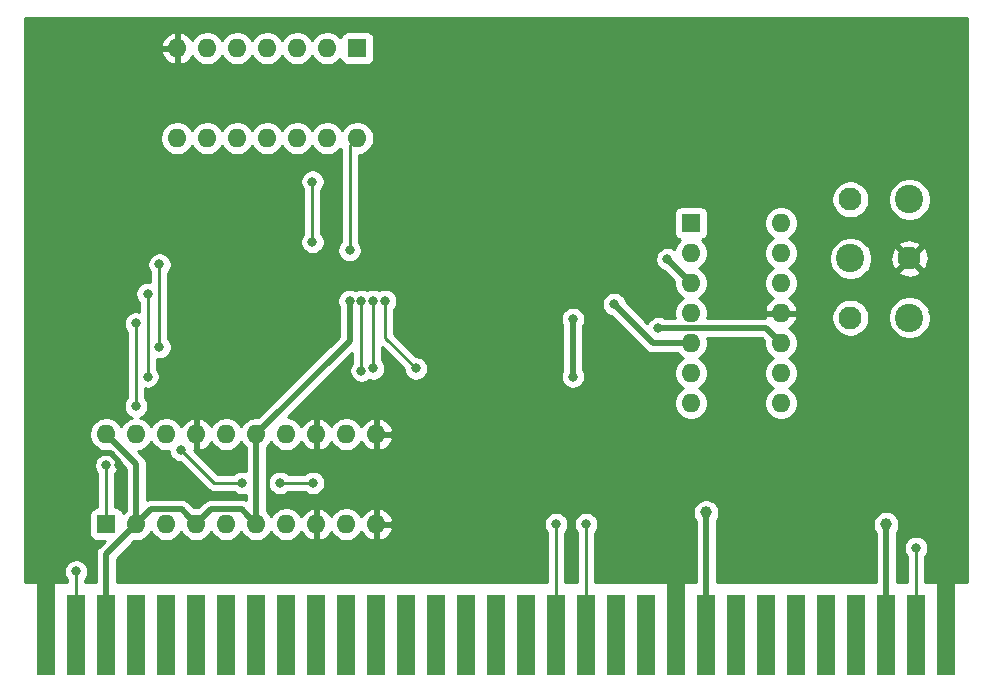
<source format=gbr>
G04 #@! TF.GenerationSoftware,KiCad,Pcbnew,(5.1.5)-3*
G04 #@! TF.CreationDate,2021-10-03T17:07:44+03:00*
G04 #@! TF.ProjectId,OPL3,4f504c33-2e6b-4696-9361-645f70636258,rev?*
G04 #@! TF.SameCoordinates,Original*
G04 #@! TF.FileFunction,Copper,L2,Bot*
G04 #@! TF.FilePolarity,Positive*
%FSLAX46Y46*%
G04 Gerber Fmt 4.6, Leading zero omitted, Abs format (unit mm)*
G04 Created by KiCad (PCBNEW (5.1.5)-3) date 2021-10-03 17:07:44*
%MOMM*%
%LPD*%
G04 APERTURE LIST*
%ADD10O,1.600000X1.600000*%
%ADD11R,1.600000X1.600000*%
%ADD12C,2.400000*%
%ADD13C,1.950000*%
%ADD14R,1.524000X6.858000*%
%ADD15C,0.800000*%
%ADD16C,1.000000*%
%ADD17C,0.250000*%
%ADD18C,1.500000*%
%ADD19C,0.500000*%
%ADD20C,0.254000*%
G04 APERTURE END LIST*
D10*
X128250000Y-78320000D03*
X113010000Y-70700000D03*
X125710000Y-78320000D03*
X115550000Y-70700000D03*
X123170000Y-78320000D03*
X118090000Y-70700000D03*
X120630000Y-78320000D03*
X120630000Y-70700000D03*
X118090000Y-78320000D03*
X123170000Y-70700000D03*
X115550000Y-78320000D03*
X125710000Y-70700000D03*
X113010000Y-78320000D03*
D11*
X128250000Y-70700000D03*
D10*
X107000000Y-103380000D03*
X129860000Y-111000000D03*
X109540000Y-103380000D03*
X127320000Y-111000000D03*
X112080000Y-103380000D03*
X124780000Y-111000000D03*
X114620000Y-103380000D03*
X122240000Y-111000000D03*
X117160000Y-103380000D03*
X119700000Y-111000000D03*
X119700000Y-103380000D03*
X117160000Y-111000000D03*
X122240000Y-103380000D03*
X114620000Y-111000000D03*
X124780000Y-103380000D03*
X112080000Y-111000000D03*
X127320000Y-103380000D03*
X109540000Y-111000000D03*
X129860000Y-103380000D03*
D11*
X107000000Y-111000000D03*
D12*
X170000000Y-88500000D03*
X175000000Y-83500000D03*
X175000000Y-93500000D03*
D13*
X170000000Y-93500000D03*
X170000000Y-83500000D03*
X175000000Y-88500000D03*
D10*
X164120000Y-85500000D03*
X156500000Y-100740000D03*
X164120000Y-88040000D03*
X156500000Y-98200000D03*
X164120000Y-90580000D03*
X156500000Y-95660000D03*
X164120000Y-93120000D03*
X156500000Y-93120000D03*
X164120000Y-95660000D03*
X156500000Y-90580000D03*
X164120000Y-98200000D03*
X156500000Y-88040000D03*
X164120000Y-100740000D03*
D11*
X156500000Y-85500000D03*
D14*
X101900000Y-120381000D03*
X104440000Y-120381000D03*
X106980000Y-120381000D03*
X109520000Y-120381000D03*
X112060000Y-120381000D03*
X114600000Y-120381000D03*
X117140000Y-120381000D03*
X119680000Y-120381000D03*
X122220000Y-120381000D03*
X124760000Y-120381000D03*
X127300000Y-120381000D03*
X129840000Y-120381000D03*
X132380000Y-120381000D03*
X134920000Y-120381000D03*
X137460000Y-120381000D03*
X140000000Y-120381000D03*
X142540000Y-120381000D03*
X145080000Y-120381000D03*
X147620000Y-120381000D03*
X150160000Y-120381000D03*
X152700000Y-120381000D03*
X155240000Y-120381000D03*
X157780000Y-120381000D03*
X160320000Y-120381000D03*
X162860000Y-120381000D03*
X165400000Y-120381000D03*
X167940000Y-120381000D03*
X170480000Y-120381000D03*
X173020000Y-120381000D03*
X175560000Y-120381000D03*
X178100000Y-120381000D03*
D15*
X110500000Y-98500000D03*
X110500000Y-91500000D03*
X111500000Y-89000000D03*
X111500000Y-96000000D03*
X108100000Y-106000000D03*
D16*
X151500000Y-100100000D03*
X153500000Y-100100000D03*
X139000000Y-91200000D03*
X137000000Y-91200000D03*
X113015000Y-83215000D03*
X153500000Y-84000000D03*
X158500000Y-82500000D03*
X166900000Y-100100000D03*
D15*
X102000000Y-83000000D03*
X102000000Y-87000000D03*
X102000000Y-91000000D03*
X106000000Y-91000000D03*
X106000000Y-87000000D03*
X106000000Y-83000000D03*
X110000000Y-83000000D03*
X110000000Y-87000000D03*
X106000000Y-95000000D03*
X102000000Y-95000000D03*
X102000000Y-99000000D03*
X138000000Y-95000000D03*
X169000000Y-97000000D03*
X173000000Y-97000000D03*
X177000000Y-97000000D03*
X177000000Y-101000000D03*
X173000000Y-101000000D03*
X169000000Y-101000000D03*
X169000000Y-105000000D03*
X173000000Y-105000000D03*
X177000000Y-105000000D03*
X177000000Y-109000000D03*
X173000000Y-109000000D03*
X169000000Y-109000000D03*
X165000000Y-109000000D03*
X165000000Y-105000000D03*
X161000000Y-105000000D03*
X161000000Y-109000000D03*
X138000000Y-99000000D03*
X142000000Y-103000000D03*
X146000000Y-107000000D03*
X138000000Y-83000000D03*
X142000000Y-83000000D03*
X146000000Y-83000000D03*
X150000000Y-83000000D03*
X150000000Y-87000000D03*
X142000000Y-87000000D03*
X154000000Y-83000000D03*
X154000000Y-111000000D03*
X150000000Y-107000000D03*
X146000000Y-103000000D03*
X142000000Y-99000000D03*
X134000000Y-83000000D03*
X134000000Y-87000000D03*
X134000000Y-91000000D03*
X134000000Y-95000000D03*
X134000000Y-111000000D03*
X126000000Y-91000000D03*
X122000000Y-91000000D03*
X154000000Y-107000000D03*
X154000000Y-103000000D03*
X150000000Y-103000000D03*
X145000000Y-92000000D03*
X145000000Y-94000000D03*
X160000000Y-86000000D03*
X160000000Y-88000000D03*
X160000000Y-90000000D03*
X160000000Y-93000000D03*
X160000000Y-96000000D03*
X160000000Y-98000000D03*
X160000000Y-100000000D03*
X173000000Y-93000000D03*
X173000000Y-89000000D03*
X173000000Y-85000000D03*
X115000000Y-91000000D03*
X117000000Y-89000000D03*
X119000000Y-88000000D03*
X117000000Y-90000000D03*
X134000000Y-113000000D03*
X136000000Y-113000000D03*
X136000000Y-111000000D03*
X144000000Y-97000000D03*
X145000000Y-98000000D03*
X150000000Y-94000000D03*
X152000000Y-92500000D03*
X150000000Y-90000000D03*
X153000000Y-90000000D03*
X127000000Y-98000000D03*
X123250000Y-98000000D03*
X112000000Y-98000000D03*
X115000000Y-101000000D03*
X111000000Y-101000000D03*
X107000000Y-101000000D03*
D16*
X143000000Y-86000000D03*
D15*
X117000000Y-106000000D03*
X112000000Y-106000000D03*
X146400000Y-111700000D03*
X177000000Y-93000000D03*
X177000000Y-89000000D03*
X177000000Y-85000000D03*
X102000000Y-79000000D03*
X106000000Y-79000000D03*
X110000000Y-79000000D03*
X110000000Y-75000000D03*
X114000000Y-75000000D03*
X118000000Y-75000000D03*
X106000000Y-75000000D03*
X102000000Y-75000000D03*
X102000000Y-71000000D03*
X106000000Y-71000000D03*
X110000000Y-71000000D03*
X122000000Y-75000000D03*
X126000000Y-75000000D03*
X134000000Y-75000000D03*
X134000000Y-79000000D03*
X134000000Y-71000000D03*
X138000000Y-71000000D03*
X138000000Y-75000000D03*
X138000000Y-79000000D03*
X142000000Y-79000000D03*
X142000000Y-75000000D03*
X142000000Y-71000000D03*
X146000000Y-71000000D03*
X146000000Y-75000000D03*
X146000000Y-79000000D03*
X150000000Y-79000000D03*
X150000000Y-75000000D03*
X150000000Y-71000000D03*
X154000000Y-79000000D03*
X154000000Y-75000000D03*
X154000000Y-71000000D03*
X158000000Y-71000000D03*
X158000000Y-75000000D03*
X158000000Y-79000000D03*
X162000000Y-79000000D03*
X162000000Y-75000000D03*
X162000000Y-71000000D03*
X166000000Y-71000000D03*
X166000000Y-75000000D03*
X166000000Y-79000000D03*
X166000000Y-83000000D03*
X170000000Y-79000000D03*
X170000000Y-75000000D03*
X170000000Y-71000000D03*
X174000000Y-79000000D03*
X174000000Y-75000000D03*
X174000000Y-71000000D03*
X178000000Y-71000000D03*
X178000000Y-75000000D03*
X178000000Y-79000000D03*
X127600000Y-92100000D03*
D16*
X173020000Y-111000000D03*
D15*
X127600000Y-87800000D03*
X145080000Y-111000000D03*
X128600000Y-92100000D03*
X128600000Y-98000000D03*
X129600000Y-97800000D03*
X147620000Y-111000000D03*
X129600000Y-92100000D03*
X104440000Y-115000000D03*
X109500000Y-101000000D03*
X109500000Y-94000000D03*
X153750000Y-94390000D03*
D16*
X157780000Y-110000000D03*
D15*
X154500000Y-88555000D03*
X150000000Y-92365000D03*
X146500000Y-93635000D03*
X146500000Y-98500000D03*
X130600000Y-92100000D03*
X133200000Y-97800000D03*
X175560000Y-113000000D03*
X113300000Y-104700000D03*
X118500000Y-107500000D03*
X124500000Y-107500000D03*
X121700000Y-107500000D03*
X107000000Y-106000000D03*
X124445000Y-82000000D03*
X124445000Y-87100000D03*
D17*
X110500000Y-91500000D02*
X110500000Y-98500000D01*
X111500000Y-96000000D02*
X111500000Y-89000000D01*
D18*
X178100000Y-120381000D02*
X178100000Y-115952000D01*
X178100000Y-115952000D02*
X178100000Y-114000000D01*
X101900000Y-120381000D02*
X101900000Y-114000000D01*
X155240000Y-120381000D02*
X155240000Y-114000000D01*
D19*
X108100000Y-106000000D02*
X108100000Y-105700000D01*
X108100000Y-105700000D02*
X107400000Y-105000000D01*
X107400000Y-105000000D02*
X105000000Y-105000000D01*
X106980000Y-113560000D02*
X109540000Y-111000000D01*
X106980000Y-120381000D02*
X106980000Y-113560000D01*
X113369999Y-109749999D02*
X113820001Y-110200001D01*
X113820001Y-110200001D02*
X114620000Y-111000000D01*
X110790001Y-109749999D02*
X113369999Y-109749999D01*
X109540000Y-111000000D02*
X110790001Y-109749999D01*
X118900001Y-110200001D02*
X119700000Y-111000000D01*
X115870001Y-109749999D02*
X118449999Y-109749999D01*
X118449999Y-109749999D02*
X118900001Y-110200001D01*
X114620000Y-111000000D02*
X115870001Y-109749999D01*
X109540000Y-105920000D02*
X109540000Y-111000000D01*
X107000000Y-103380000D02*
X109540000Y-105920000D01*
X119700000Y-109868630D02*
X119700000Y-103380000D01*
X119700000Y-111000000D02*
X119700000Y-109868630D01*
X127600000Y-95480000D02*
X127600000Y-92100000D01*
X119700000Y-103380000D02*
X127600000Y-95480000D01*
X173020000Y-116452000D02*
X173020000Y-111000000D01*
X173020000Y-120381000D02*
X173020000Y-116452000D01*
D17*
X127600000Y-78970000D02*
X128250000Y-78320000D01*
X127600000Y-87800000D02*
X127600000Y-78970000D01*
X145080000Y-120381000D02*
X145080000Y-111000000D01*
X145080000Y-111000000D02*
X145080000Y-111000000D01*
X128600000Y-97134315D02*
X128600000Y-92100000D01*
X128600000Y-97134315D02*
X128600000Y-98000000D01*
X147620000Y-120381000D02*
X147620000Y-112000000D01*
X147620000Y-112000000D02*
X147620000Y-112000000D01*
X147620000Y-112000000D02*
X147620000Y-111000000D01*
X129600000Y-97134315D02*
X129600000Y-92100000D01*
X129600000Y-97134315D02*
X129600000Y-97800000D01*
X104440000Y-120381000D02*
X104440000Y-115000000D01*
X104440000Y-115000000D02*
X104440000Y-115000000D01*
X109500000Y-94000000D02*
X109500000Y-101000000D01*
D19*
X162850000Y-94390000D02*
X164120000Y-95660000D01*
X153750000Y-94390000D02*
X162850000Y-94390000D01*
X157780000Y-120381000D02*
X157780000Y-111000000D01*
X157780000Y-111000000D02*
X157780000Y-110000000D01*
X156500000Y-90555000D02*
X154500000Y-88555000D01*
X156500000Y-90580000D02*
X156500000Y-90555000D01*
X153295000Y-95660000D02*
X156500000Y-95660000D01*
X150000000Y-92365000D02*
X153295000Y-95660000D01*
X146500000Y-93635000D02*
X146500000Y-98500000D01*
D17*
X175560000Y-120381000D02*
X175560000Y-113000000D01*
X175560000Y-113000000D02*
X175560000Y-113000000D01*
X130600000Y-95200000D02*
X133200000Y-97800000D01*
X130600000Y-92100000D02*
X130600000Y-95200000D01*
X107000000Y-111000000D02*
X107000000Y-109950000D01*
X107000000Y-109950000D02*
X107000000Y-106000000D01*
X107000000Y-106000000D02*
X107000000Y-106000000D01*
X123934315Y-107500000D02*
X121700000Y-107500000D01*
X124500000Y-107500000D02*
X123934315Y-107500000D01*
X116100000Y-107500000D02*
X113300000Y-104700000D01*
X118500000Y-107500000D02*
X116100000Y-107500000D01*
X124445000Y-86534315D02*
X124445000Y-82000000D01*
X124445000Y-87100000D02*
X124445000Y-86534315D01*
D20*
G36*
X179873000Y-115873000D02*
G01*
X176320000Y-115873000D01*
X176320000Y-113703711D01*
X176363937Y-113659774D01*
X176477205Y-113490256D01*
X176555226Y-113301898D01*
X176595000Y-113101939D01*
X176595000Y-112898061D01*
X176555226Y-112698102D01*
X176477205Y-112509744D01*
X176363937Y-112340226D01*
X176219774Y-112196063D01*
X176050256Y-112082795D01*
X175861898Y-112004774D01*
X175661939Y-111965000D01*
X175458061Y-111965000D01*
X175258102Y-112004774D01*
X175069744Y-112082795D01*
X174900226Y-112196063D01*
X174756063Y-112340226D01*
X174642795Y-112509744D01*
X174564774Y-112698102D01*
X174525000Y-112898061D01*
X174525000Y-113101939D01*
X174564774Y-113301898D01*
X174642795Y-113490256D01*
X174756063Y-113659774D01*
X174800001Y-113703712D01*
X174800001Y-115873000D01*
X173905000Y-115873000D01*
X173905000Y-111718450D01*
X174025824Y-111537624D01*
X174111383Y-111331067D01*
X174155000Y-111111788D01*
X174155000Y-110888212D01*
X174111383Y-110668933D01*
X174025824Y-110462376D01*
X173901612Y-110276480D01*
X173743520Y-110118388D01*
X173557624Y-109994176D01*
X173351067Y-109908617D01*
X173131788Y-109865000D01*
X172908212Y-109865000D01*
X172688933Y-109908617D01*
X172482376Y-109994176D01*
X172296480Y-110118388D01*
X172138388Y-110276480D01*
X172014176Y-110462376D01*
X171928617Y-110668933D01*
X171885000Y-110888212D01*
X171885000Y-111111788D01*
X171928617Y-111331067D01*
X172014176Y-111537624D01*
X172135001Y-111718451D01*
X172135000Y-115873000D01*
X158665000Y-115873000D01*
X158665000Y-110718450D01*
X158785824Y-110537624D01*
X158871383Y-110331067D01*
X158915000Y-110111788D01*
X158915000Y-109888212D01*
X158871383Y-109668933D01*
X158785824Y-109462376D01*
X158661612Y-109276480D01*
X158503520Y-109118388D01*
X158317624Y-108994176D01*
X158111067Y-108908617D01*
X157891788Y-108865000D01*
X157668212Y-108865000D01*
X157448933Y-108908617D01*
X157242376Y-108994176D01*
X157056480Y-109118388D01*
X156898388Y-109276480D01*
X156774176Y-109462376D01*
X156688617Y-109668933D01*
X156645000Y-109888212D01*
X156645000Y-110111788D01*
X156688617Y-110331067D01*
X156774176Y-110537624D01*
X156895000Y-110718450D01*
X156895000Y-111043476D01*
X156895001Y-111043486D01*
X156895000Y-115873000D01*
X148380000Y-115873000D01*
X148380000Y-112037332D01*
X148383677Y-112000000D01*
X148380000Y-111962667D01*
X148380000Y-111703711D01*
X148423937Y-111659774D01*
X148537205Y-111490256D01*
X148615226Y-111301898D01*
X148655000Y-111101939D01*
X148655000Y-110898061D01*
X148615226Y-110698102D01*
X148537205Y-110509744D01*
X148423937Y-110340226D01*
X148279774Y-110196063D01*
X148110256Y-110082795D01*
X147921898Y-110004774D01*
X147721939Y-109965000D01*
X147518061Y-109965000D01*
X147318102Y-110004774D01*
X147129744Y-110082795D01*
X146960226Y-110196063D01*
X146816063Y-110340226D01*
X146702795Y-110509744D01*
X146624774Y-110698102D01*
X146585000Y-110898061D01*
X146585000Y-111101939D01*
X146624774Y-111301898D01*
X146702795Y-111490256D01*
X146816063Y-111659774D01*
X146860000Y-111703711D01*
X146860000Y-111962666D01*
X146856323Y-112000000D01*
X146860001Y-112037343D01*
X146860000Y-115873000D01*
X145840000Y-115873000D01*
X145840000Y-111703711D01*
X145883937Y-111659774D01*
X145997205Y-111490256D01*
X146075226Y-111301898D01*
X146115000Y-111101939D01*
X146115000Y-110898061D01*
X146075226Y-110698102D01*
X145997205Y-110509744D01*
X145883937Y-110340226D01*
X145739774Y-110196063D01*
X145570256Y-110082795D01*
X145381898Y-110004774D01*
X145181939Y-109965000D01*
X144978061Y-109965000D01*
X144778102Y-110004774D01*
X144589744Y-110082795D01*
X144420226Y-110196063D01*
X144276063Y-110340226D01*
X144162795Y-110509744D01*
X144084774Y-110698102D01*
X144045000Y-110898061D01*
X144045000Y-111101939D01*
X144084774Y-111301898D01*
X144162795Y-111490256D01*
X144276063Y-111659774D01*
X144320001Y-111703712D01*
X144320000Y-115873000D01*
X107865000Y-115873000D01*
X107865000Y-113926578D01*
X109363561Y-112428017D01*
X109398665Y-112435000D01*
X109681335Y-112435000D01*
X109958574Y-112379853D01*
X110219727Y-112271680D01*
X110454759Y-112114637D01*
X110654637Y-111914759D01*
X110810000Y-111682241D01*
X110965363Y-111914759D01*
X111165241Y-112114637D01*
X111400273Y-112271680D01*
X111661426Y-112379853D01*
X111938665Y-112435000D01*
X112221335Y-112435000D01*
X112498574Y-112379853D01*
X112759727Y-112271680D01*
X112994759Y-112114637D01*
X113194637Y-111914759D01*
X113350000Y-111682241D01*
X113505363Y-111914759D01*
X113705241Y-112114637D01*
X113940273Y-112271680D01*
X114201426Y-112379853D01*
X114478665Y-112435000D01*
X114761335Y-112435000D01*
X115038574Y-112379853D01*
X115299727Y-112271680D01*
X115534759Y-112114637D01*
X115734637Y-111914759D01*
X115890000Y-111682241D01*
X116045363Y-111914759D01*
X116245241Y-112114637D01*
X116480273Y-112271680D01*
X116741426Y-112379853D01*
X117018665Y-112435000D01*
X117301335Y-112435000D01*
X117578574Y-112379853D01*
X117839727Y-112271680D01*
X118074759Y-112114637D01*
X118274637Y-111914759D01*
X118430000Y-111682241D01*
X118585363Y-111914759D01*
X118785241Y-112114637D01*
X119020273Y-112271680D01*
X119281426Y-112379853D01*
X119558665Y-112435000D01*
X119841335Y-112435000D01*
X120118574Y-112379853D01*
X120379727Y-112271680D01*
X120614759Y-112114637D01*
X120814637Y-111914759D01*
X120970000Y-111682241D01*
X121125363Y-111914759D01*
X121325241Y-112114637D01*
X121560273Y-112271680D01*
X121821426Y-112379853D01*
X122098665Y-112435000D01*
X122381335Y-112435000D01*
X122658574Y-112379853D01*
X122919727Y-112271680D01*
X123154759Y-112114637D01*
X123354637Y-111914759D01*
X123511680Y-111679727D01*
X123516067Y-111669135D01*
X123627615Y-111855131D01*
X123816586Y-112063519D01*
X124042580Y-112231037D01*
X124296913Y-112351246D01*
X124430961Y-112391904D01*
X124653000Y-112269915D01*
X124653000Y-111127000D01*
X124633000Y-111127000D01*
X124633000Y-110873000D01*
X124653000Y-110873000D01*
X124653000Y-109730085D01*
X124907000Y-109730085D01*
X124907000Y-110873000D01*
X124927000Y-110873000D01*
X124927000Y-111127000D01*
X124907000Y-111127000D01*
X124907000Y-112269915D01*
X125129039Y-112391904D01*
X125263087Y-112351246D01*
X125517420Y-112231037D01*
X125743414Y-112063519D01*
X125932385Y-111855131D01*
X126043933Y-111669135D01*
X126048320Y-111679727D01*
X126205363Y-111914759D01*
X126405241Y-112114637D01*
X126640273Y-112271680D01*
X126901426Y-112379853D01*
X127178665Y-112435000D01*
X127461335Y-112435000D01*
X127738574Y-112379853D01*
X127999727Y-112271680D01*
X128234759Y-112114637D01*
X128434637Y-111914759D01*
X128591680Y-111679727D01*
X128596067Y-111669135D01*
X128707615Y-111855131D01*
X128896586Y-112063519D01*
X129122580Y-112231037D01*
X129376913Y-112351246D01*
X129510961Y-112391904D01*
X129733000Y-112269915D01*
X129733000Y-111127000D01*
X129987000Y-111127000D01*
X129987000Y-112269915D01*
X130209039Y-112391904D01*
X130343087Y-112351246D01*
X130597420Y-112231037D01*
X130823414Y-112063519D01*
X131012385Y-111855131D01*
X131157070Y-111613881D01*
X131251909Y-111349040D01*
X131130624Y-111127000D01*
X129987000Y-111127000D01*
X129733000Y-111127000D01*
X129713000Y-111127000D01*
X129713000Y-110873000D01*
X129733000Y-110873000D01*
X129733000Y-109730085D01*
X129987000Y-109730085D01*
X129987000Y-110873000D01*
X131130624Y-110873000D01*
X131251909Y-110650960D01*
X131157070Y-110386119D01*
X131012385Y-110144869D01*
X130823414Y-109936481D01*
X130597420Y-109768963D01*
X130343087Y-109648754D01*
X130209039Y-109608096D01*
X129987000Y-109730085D01*
X129733000Y-109730085D01*
X129510961Y-109608096D01*
X129376913Y-109648754D01*
X129122580Y-109768963D01*
X128896586Y-109936481D01*
X128707615Y-110144869D01*
X128596067Y-110330865D01*
X128591680Y-110320273D01*
X128434637Y-110085241D01*
X128234759Y-109885363D01*
X127999727Y-109728320D01*
X127738574Y-109620147D01*
X127461335Y-109565000D01*
X127178665Y-109565000D01*
X126901426Y-109620147D01*
X126640273Y-109728320D01*
X126405241Y-109885363D01*
X126205363Y-110085241D01*
X126048320Y-110320273D01*
X126043933Y-110330865D01*
X125932385Y-110144869D01*
X125743414Y-109936481D01*
X125517420Y-109768963D01*
X125263087Y-109648754D01*
X125129039Y-109608096D01*
X124907000Y-109730085D01*
X124653000Y-109730085D01*
X124430961Y-109608096D01*
X124296913Y-109648754D01*
X124042580Y-109768963D01*
X123816586Y-109936481D01*
X123627615Y-110144869D01*
X123516067Y-110330865D01*
X123511680Y-110320273D01*
X123354637Y-110085241D01*
X123154759Y-109885363D01*
X122919727Y-109728320D01*
X122658574Y-109620147D01*
X122381335Y-109565000D01*
X122098665Y-109565000D01*
X121821426Y-109620147D01*
X121560273Y-109728320D01*
X121325241Y-109885363D01*
X121125363Y-110085241D01*
X120970000Y-110317759D01*
X120814637Y-110085241D01*
X120614759Y-109885363D01*
X120585000Y-109865479D01*
X120585000Y-107398061D01*
X120665000Y-107398061D01*
X120665000Y-107601939D01*
X120704774Y-107801898D01*
X120782795Y-107990256D01*
X120896063Y-108159774D01*
X121040226Y-108303937D01*
X121209744Y-108417205D01*
X121398102Y-108495226D01*
X121598061Y-108535000D01*
X121801939Y-108535000D01*
X122001898Y-108495226D01*
X122190256Y-108417205D01*
X122359774Y-108303937D01*
X122403711Y-108260000D01*
X123796289Y-108260000D01*
X123840226Y-108303937D01*
X124009744Y-108417205D01*
X124198102Y-108495226D01*
X124398061Y-108535000D01*
X124601939Y-108535000D01*
X124801898Y-108495226D01*
X124990256Y-108417205D01*
X125159774Y-108303937D01*
X125303937Y-108159774D01*
X125417205Y-107990256D01*
X125495226Y-107801898D01*
X125535000Y-107601939D01*
X125535000Y-107398061D01*
X125495226Y-107198102D01*
X125417205Y-107009744D01*
X125303937Y-106840226D01*
X125159774Y-106696063D01*
X124990256Y-106582795D01*
X124801898Y-106504774D01*
X124601939Y-106465000D01*
X124398061Y-106465000D01*
X124198102Y-106504774D01*
X124009744Y-106582795D01*
X123840226Y-106696063D01*
X123796289Y-106740000D01*
X122403711Y-106740000D01*
X122359774Y-106696063D01*
X122190256Y-106582795D01*
X122001898Y-106504774D01*
X121801939Y-106465000D01*
X121598061Y-106465000D01*
X121398102Y-106504774D01*
X121209744Y-106582795D01*
X121040226Y-106696063D01*
X120896063Y-106840226D01*
X120782795Y-107009744D01*
X120704774Y-107198102D01*
X120665000Y-107398061D01*
X120585000Y-107398061D01*
X120585000Y-104514521D01*
X120614759Y-104494637D01*
X120814637Y-104294759D01*
X120970000Y-104062241D01*
X121125363Y-104294759D01*
X121325241Y-104494637D01*
X121560273Y-104651680D01*
X121821426Y-104759853D01*
X122098665Y-104815000D01*
X122381335Y-104815000D01*
X122658574Y-104759853D01*
X122919727Y-104651680D01*
X123154759Y-104494637D01*
X123354637Y-104294759D01*
X123511680Y-104059727D01*
X123516067Y-104049135D01*
X123627615Y-104235131D01*
X123816586Y-104443519D01*
X124042580Y-104611037D01*
X124296913Y-104731246D01*
X124430961Y-104771904D01*
X124653000Y-104649915D01*
X124653000Y-103507000D01*
X124633000Y-103507000D01*
X124633000Y-103253000D01*
X124653000Y-103253000D01*
X124653000Y-102110085D01*
X124907000Y-102110085D01*
X124907000Y-103253000D01*
X124927000Y-103253000D01*
X124927000Y-103507000D01*
X124907000Y-103507000D01*
X124907000Y-104649915D01*
X125129039Y-104771904D01*
X125263087Y-104731246D01*
X125517420Y-104611037D01*
X125743414Y-104443519D01*
X125932385Y-104235131D01*
X126043933Y-104049135D01*
X126048320Y-104059727D01*
X126205363Y-104294759D01*
X126405241Y-104494637D01*
X126640273Y-104651680D01*
X126901426Y-104759853D01*
X127178665Y-104815000D01*
X127461335Y-104815000D01*
X127738574Y-104759853D01*
X127999727Y-104651680D01*
X128234759Y-104494637D01*
X128434637Y-104294759D01*
X128591680Y-104059727D01*
X128596067Y-104049135D01*
X128707615Y-104235131D01*
X128896586Y-104443519D01*
X129122580Y-104611037D01*
X129376913Y-104731246D01*
X129510961Y-104771904D01*
X129733000Y-104649915D01*
X129733000Y-103507000D01*
X129987000Y-103507000D01*
X129987000Y-104649915D01*
X130209039Y-104771904D01*
X130343087Y-104731246D01*
X130597420Y-104611037D01*
X130823414Y-104443519D01*
X131012385Y-104235131D01*
X131157070Y-103993881D01*
X131251909Y-103729040D01*
X131130624Y-103507000D01*
X129987000Y-103507000D01*
X129733000Y-103507000D01*
X129713000Y-103507000D01*
X129713000Y-103253000D01*
X129733000Y-103253000D01*
X129733000Y-102110085D01*
X129987000Y-102110085D01*
X129987000Y-103253000D01*
X131130624Y-103253000D01*
X131251909Y-103030960D01*
X131157070Y-102766119D01*
X131012385Y-102524869D01*
X130823414Y-102316481D01*
X130597420Y-102148963D01*
X130343087Y-102028754D01*
X130209039Y-101988096D01*
X129987000Y-102110085D01*
X129733000Y-102110085D01*
X129510961Y-101988096D01*
X129376913Y-102028754D01*
X129122580Y-102148963D01*
X128896586Y-102316481D01*
X128707615Y-102524869D01*
X128596067Y-102710865D01*
X128591680Y-102700273D01*
X128434637Y-102465241D01*
X128234759Y-102265363D01*
X127999727Y-102108320D01*
X127738574Y-102000147D01*
X127461335Y-101945000D01*
X127178665Y-101945000D01*
X126901426Y-102000147D01*
X126640273Y-102108320D01*
X126405241Y-102265363D01*
X126205363Y-102465241D01*
X126048320Y-102700273D01*
X126043933Y-102710865D01*
X125932385Y-102524869D01*
X125743414Y-102316481D01*
X125517420Y-102148963D01*
X125263087Y-102028754D01*
X125129039Y-101988096D01*
X124907000Y-102110085D01*
X124653000Y-102110085D01*
X124430961Y-101988096D01*
X124296913Y-102028754D01*
X124042580Y-102148963D01*
X123816586Y-102316481D01*
X123627615Y-102524869D01*
X123516067Y-102710865D01*
X123511680Y-102700273D01*
X123354637Y-102465241D01*
X123154759Y-102265363D01*
X122919727Y-102108320D01*
X122658574Y-102000147D01*
X122385708Y-101945870D01*
X127840000Y-96491579D01*
X127840000Y-97296289D01*
X127796063Y-97340226D01*
X127682795Y-97509744D01*
X127604774Y-97698102D01*
X127565000Y-97898061D01*
X127565000Y-98101939D01*
X127604774Y-98301898D01*
X127682795Y-98490256D01*
X127796063Y-98659774D01*
X127940226Y-98803937D01*
X128109744Y-98917205D01*
X128298102Y-98995226D01*
X128498061Y-99035000D01*
X128701939Y-99035000D01*
X128901898Y-98995226D01*
X129090256Y-98917205D01*
X129259774Y-98803937D01*
X129277160Y-98786551D01*
X129298102Y-98795226D01*
X129498061Y-98835000D01*
X129701939Y-98835000D01*
X129901898Y-98795226D01*
X130090256Y-98717205D01*
X130259774Y-98603937D01*
X130403937Y-98459774D01*
X130517205Y-98290256D01*
X130595226Y-98101898D01*
X130635000Y-97901939D01*
X130635000Y-97698061D01*
X130595226Y-97498102D01*
X130517205Y-97309744D01*
X130403937Y-97140226D01*
X130360000Y-97096289D01*
X130360000Y-96034801D01*
X132165000Y-97839802D01*
X132165000Y-97901939D01*
X132204774Y-98101898D01*
X132282795Y-98290256D01*
X132396063Y-98459774D01*
X132540226Y-98603937D01*
X132709744Y-98717205D01*
X132898102Y-98795226D01*
X133098061Y-98835000D01*
X133301939Y-98835000D01*
X133501898Y-98795226D01*
X133690256Y-98717205D01*
X133859774Y-98603937D01*
X134003937Y-98459774D01*
X134117205Y-98290256D01*
X134195226Y-98101898D01*
X134235000Y-97901939D01*
X134235000Y-97698061D01*
X134195226Y-97498102D01*
X134117205Y-97309744D01*
X134003937Y-97140226D01*
X133859774Y-96996063D01*
X133690256Y-96882795D01*
X133501898Y-96804774D01*
X133301939Y-96765000D01*
X133239802Y-96765000D01*
X131360000Y-94885199D01*
X131360000Y-93533061D01*
X145465000Y-93533061D01*
X145465000Y-93736939D01*
X145504774Y-93936898D01*
X145582795Y-94125256D01*
X145615000Y-94173454D01*
X145615001Y-97961544D01*
X145582795Y-98009744D01*
X145504774Y-98198102D01*
X145465000Y-98398061D01*
X145465000Y-98601939D01*
X145504774Y-98801898D01*
X145582795Y-98990256D01*
X145696063Y-99159774D01*
X145840226Y-99303937D01*
X146009744Y-99417205D01*
X146198102Y-99495226D01*
X146398061Y-99535000D01*
X146601939Y-99535000D01*
X146801898Y-99495226D01*
X146990256Y-99417205D01*
X147159774Y-99303937D01*
X147303937Y-99159774D01*
X147417205Y-98990256D01*
X147495226Y-98801898D01*
X147535000Y-98601939D01*
X147535000Y-98398061D01*
X147495226Y-98198102D01*
X147417205Y-98009744D01*
X147385000Y-97961546D01*
X147385000Y-94173454D01*
X147417205Y-94125256D01*
X147495226Y-93936898D01*
X147535000Y-93736939D01*
X147535000Y-93533061D01*
X147495226Y-93333102D01*
X147417205Y-93144744D01*
X147303937Y-92975226D01*
X147159774Y-92831063D01*
X146990256Y-92717795D01*
X146801898Y-92639774D01*
X146601939Y-92600000D01*
X146398061Y-92600000D01*
X146198102Y-92639774D01*
X146009744Y-92717795D01*
X145840226Y-92831063D01*
X145696063Y-92975226D01*
X145582795Y-93144744D01*
X145504774Y-93333102D01*
X145465000Y-93533061D01*
X131360000Y-93533061D01*
X131360000Y-92803711D01*
X131403937Y-92759774D01*
X131517205Y-92590256D01*
X131595226Y-92401898D01*
X131622842Y-92263061D01*
X148965000Y-92263061D01*
X148965000Y-92466939D01*
X149004774Y-92666898D01*
X149082795Y-92855256D01*
X149196063Y-93024774D01*
X149340226Y-93168937D01*
X149509744Y-93282205D01*
X149698102Y-93360226D01*
X149754957Y-93371535D01*
X152638470Y-96255049D01*
X152666183Y-96288817D01*
X152699951Y-96316530D01*
X152699953Y-96316532D01*
X152800941Y-96399411D01*
X152954686Y-96481589D01*
X153121507Y-96532194D01*
X153121510Y-96532195D01*
X153251523Y-96545000D01*
X153251531Y-96545000D01*
X153295000Y-96549281D01*
X153338469Y-96545000D01*
X155365479Y-96545000D01*
X155385363Y-96574759D01*
X155585241Y-96774637D01*
X155817759Y-96930000D01*
X155585241Y-97085363D01*
X155385363Y-97285241D01*
X155228320Y-97520273D01*
X155120147Y-97781426D01*
X155065000Y-98058665D01*
X155065000Y-98341335D01*
X155120147Y-98618574D01*
X155228320Y-98879727D01*
X155385363Y-99114759D01*
X155585241Y-99314637D01*
X155817759Y-99470000D01*
X155585241Y-99625363D01*
X155385363Y-99825241D01*
X155228320Y-100060273D01*
X155120147Y-100321426D01*
X155065000Y-100598665D01*
X155065000Y-100881335D01*
X155120147Y-101158574D01*
X155228320Y-101419727D01*
X155385363Y-101654759D01*
X155585241Y-101854637D01*
X155820273Y-102011680D01*
X156081426Y-102119853D01*
X156358665Y-102175000D01*
X156641335Y-102175000D01*
X156918574Y-102119853D01*
X157179727Y-102011680D01*
X157414759Y-101854637D01*
X157614637Y-101654759D01*
X157771680Y-101419727D01*
X157879853Y-101158574D01*
X157935000Y-100881335D01*
X157935000Y-100598665D01*
X157879853Y-100321426D01*
X157771680Y-100060273D01*
X157614637Y-99825241D01*
X157414759Y-99625363D01*
X157182241Y-99470000D01*
X157414759Y-99314637D01*
X157614637Y-99114759D01*
X157771680Y-98879727D01*
X157879853Y-98618574D01*
X157935000Y-98341335D01*
X157935000Y-98058665D01*
X157879853Y-97781426D01*
X157771680Y-97520273D01*
X157614637Y-97285241D01*
X157414759Y-97085363D01*
X157182241Y-96930000D01*
X157414759Y-96774637D01*
X157614637Y-96574759D01*
X157771680Y-96339727D01*
X157879853Y-96078574D01*
X157935000Y-95801335D01*
X157935000Y-95518665D01*
X157886531Y-95275000D01*
X162483422Y-95275000D01*
X162691983Y-95483561D01*
X162685000Y-95518665D01*
X162685000Y-95801335D01*
X162740147Y-96078574D01*
X162848320Y-96339727D01*
X163005363Y-96574759D01*
X163205241Y-96774637D01*
X163437759Y-96930000D01*
X163205241Y-97085363D01*
X163005363Y-97285241D01*
X162848320Y-97520273D01*
X162740147Y-97781426D01*
X162685000Y-98058665D01*
X162685000Y-98341335D01*
X162740147Y-98618574D01*
X162848320Y-98879727D01*
X163005363Y-99114759D01*
X163205241Y-99314637D01*
X163437759Y-99470000D01*
X163205241Y-99625363D01*
X163005363Y-99825241D01*
X162848320Y-100060273D01*
X162740147Y-100321426D01*
X162685000Y-100598665D01*
X162685000Y-100881335D01*
X162740147Y-101158574D01*
X162848320Y-101419727D01*
X163005363Y-101654759D01*
X163205241Y-101854637D01*
X163440273Y-102011680D01*
X163701426Y-102119853D01*
X163978665Y-102175000D01*
X164261335Y-102175000D01*
X164538574Y-102119853D01*
X164799727Y-102011680D01*
X165034759Y-101854637D01*
X165234637Y-101654759D01*
X165391680Y-101419727D01*
X165499853Y-101158574D01*
X165555000Y-100881335D01*
X165555000Y-100598665D01*
X165499853Y-100321426D01*
X165391680Y-100060273D01*
X165234637Y-99825241D01*
X165034759Y-99625363D01*
X164802241Y-99470000D01*
X165034759Y-99314637D01*
X165234637Y-99114759D01*
X165391680Y-98879727D01*
X165499853Y-98618574D01*
X165555000Y-98341335D01*
X165555000Y-98058665D01*
X165499853Y-97781426D01*
X165391680Y-97520273D01*
X165234637Y-97285241D01*
X165034759Y-97085363D01*
X164802241Y-96930000D01*
X165034759Y-96774637D01*
X165234637Y-96574759D01*
X165391680Y-96339727D01*
X165499853Y-96078574D01*
X165555000Y-95801335D01*
X165555000Y-95518665D01*
X165499853Y-95241426D01*
X165391680Y-94980273D01*
X165234637Y-94745241D01*
X165034759Y-94545363D01*
X164799727Y-94388320D01*
X164789135Y-94383933D01*
X164975131Y-94272385D01*
X165183519Y-94083414D01*
X165351037Y-93857420D01*
X165471246Y-93603087D01*
X165511904Y-93469039D01*
X165441795Y-93341429D01*
X168390000Y-93341429D01*
X168390000Y-93658571D01*
X168451871Y-93969620D01*
X168573237Y-94262621D01*
X168749431Y-94526315D01*
X168973685Y-94750569D01*
X169237379Y-94926763D01*
X169530380Y-95048129D01*
X169841429Y-95110000D01*
X170158571Y-95110000D01*
X170469620Y-95048129D01*
X170762621Y-94926763D01*
X171026315Y-94750569D01*
X171250569Y-94526315D01*
X171426763Y-94262621D01*
X171548129Y-93969620D01*
X171610000Y-93658571D01*
X171610000Y-93341429D01*
X171605592Y-93319268D01*
X173165000Y-93319268D01*
X173165000Y-93680732D01*
X173235518Y-94035250D01*
X173373844Y-94369199D01*
X173574662Y-94669744D01*
X173830256Y-94925338D01*
X174130801Y-95126156D01*
X174464750Y-95264482D01*
X174819268Y-95335000D01*
X175180732Y-95335000D01*
X175535250Y-95264482D01*
X175869199Y-95126156D01*
X176169744Y-94925338D01*
X176425338Y-94669744D01*
X176626156Y-94369199D01*
X176764482Y-94035250D01*
X176835000Y-93680732D01*
X176835000Y-93319268D01*
X176764482Y-92964750D01*
X176626156Y-92630801D01*
X176425338Y-92330256D01*
X176169744Y-92074662D01*
X175869199Y-91873844D01*
X175535250Y-91735518D01*
X175180732Y-91665000D01*
X174819268Y-91665000D01*
X174464750Y-91735518D01*
X174130801Y-91873844D01*
X173830256Y-92074662D01*
X173574662Y-92330256D01*
X173373844Y-92630801D01*
X173235518Y-92964750D01*
X173165000Y-93319268D01*
X171605592Y-93319268D01*
X171548129Y-93030380D01*
X171426763Y-92737379D01*
X171250569Y-92473685D01*
X171026315Y-92249431D01*
X170762621Y-92073237D01*
X170469620Y-91951871D01*
X170158571Y-91890000D01*
X169841429Y-91890000D01*
X169530380Y-91951871D01*
X169237379Y-92073237D01*
X168973685Y-92249431D01*
X168749431Y-92473685D01*
X168573237Y-92737379D01*
X168451871Y-93030380D01*
X168390000Y-93341429D01*
X165441795Y-93341429D01*
X165389915Y-93247000D01*
X164247000Y-93247000D01*
X164247000Y-93267000D01*
X163993000Y-93267000D01*
X163993000Y-93247000D01*
X162850085Y-93247000D01*
X162728096Y-93469039D01*
X162739003Y-93505000D01*
X157886531Y-93505000D01*
X157935000Y-93261335D01*
X157935000Y-92978665D01*
X157879853Y-92701426D01*
X157771680Y-92440273D01*
X157614637Y-92205241D01*
X157414759Y-92005363D01*
X157182241Y-91850000D01*
X157414759Y-91694637D01*
X157614637Y-91494759D01*
X157771680Y-91259727D01*
X157879853Y-90998574D01*
X157935000Y-90721335D01*
X157935000Y-90438665D01*
X157879853Y-90161426D01*
X157771680Y-89900273D01*
X157614637Y-89665241D01*
X157414759Y-89465363D01*
X157182241Y-89310000D01*
X157414759Y-89154637D01*
X157614637Y-88954759D01*
X157771680Y-88719727D01*
X157879853Y-88458574D01*
X157935000Y-88181335D01*
X157935000Y-87898665D01*
X157879853Y-87621426D01*
X157771680Y-87360273D01*
X157614637Y-87125241D01*
X157416039Y-86926643D01*
X157424482Y-86925812D01*
X157544180Y-86889502D01*
X157654494Y-86830537D01*
X157751185Y-86751185D01*
X157830537Y-86654494D01*
X157889502Y-86544180D01*
X157925812Y-86424482D01*
X157938072Y-86300000D01*
X157938072Y-85358665D01*
X162685000Y-85358665D01*
X162685000Y-85641335D01*
X162740147Y-85918574D01*
X162848320Y-86179727D01*
X163005363Y-86414759D01*
X163205241Y-86614637D01*
X163437759Y-86770000D01*
X163205241Y-86925363D01*
X163005363Y-87125241D01*
X162848320Y-87360273D01*
X162740147Y-87621426D01*
X162685000Y-87898665D01*
X162685000Y-88181335D01*
X162740147Y-88458574D01*
X162848320Y-88719727D01*
X163005363Y-88954759D01*
X163205241Y-89154637D01*
X163437759Y-89310000D01*
X163205241Y-89465363D01*
X163005363Y-89665241D01*
X162848320Y-89900273D01*
X162740147Y-90161426D01*
X162685000Y-90438665D01*
X162685000Y-90721335D01*
X162740147Y-90998574D01*
X162848320Y-91259727D01*
X163005363Y-91494759D01*
X163205241Y-91694637D01*
X163440273Y-91851680D01*
X163450865Y-91856067D01*
X163264869Y-91967615D01*
X163056481Y-92156586D01*
X162888963Y-92382580D01*
X162768754Y-92636913D01*
X162728096Y-92770961D01*
X162850085Y-92993000D01*
X163993000Y-92993000D01*
X163993000Y-92973000D01*
X164247000Y-92973000D01*
X164247000Y-92993000D01*
X165389915Y-92993000D01*
X165511904Y-92770961D01*
X165471246Y-92636913D01*
X165351037Y-92382580D01*
X165183519Y-92156586D01*
X164975131Y-91967615D01*
X164789135Y-91856067D01*
X164799727Y-91851680D01*
X165034759Y-91694637D01*
X165234637Y-91494759D01*
X165391680Y-91259727D01*
X165499853Y-90998574D01*
X165555000Y-90721335D01*
X165555000Y-90438665D01*
X165499853Y-90161426D01*
X165391680Y-89900273D01*
X165234637Y-89665241D01*
X165034759Y-89465363D01*
X164802241Y-89310000D01*
X165034759Y-89154637D01*
X165234637Y-88954759D01*
X165391680Y-88719727D01*
X165499853Y-88458574D01*
X165527563Y-88319268D01*
X168165000Y-88319268D01*
X168165000Y-88680732D01*
X168235518Y-89035250D01*
X168373844Y-89369199D01*
X168574662Y-89669744D01*
X168830256Y-89925338D01*
X169130801Y-90126156D01*
X169464750Y-90264482D01*
X169819268Y-90335000D01*
X170180732Y-90335000D01*
X170535250Y-90264482D01*
X170869199Y-90126156D01*
X171169744Y-89925338D01*
X171425338Y-89669744D01*
X171460190Y-89617584D01*
X174062021Y-89617584D01*
X174154766Y-89879429D01*
X174440120Y-90017820D01*
X174746990Y-90097883D01*
X175063584Y-90116540D01*
X175377733Y-90073074D01*
X175677367Y-89969156D01*
X175845234Y-89879429D01*
X175937979Y-89617584D01*
X175000000Y-88679605D01*
X174062021Y-89617584D01*
X171460190Y-89617584D01*
X171626156Y-89369199D01*
X171764482Y-89035250D01*
X171835000Y-88680732D01*
X171835000Y-88563584D01*
X173383460Y-88563584D01*
X173426926Y-88877733D01*
X173530844Y-89177367D01*
X173620571Y-89345234D01*
X173882416Y-89437979D01*
X174820395Y-88500000D01*
X175179605Y-88500000D01*
X176117584Y-89437979D01*
X176379429Y-89345234D01*
X176517820Y-89059880D01*
X176597883Y-88753010D01*
X176616540Y-88436416D01*
X176573074Y-88122267D01*
X176469156Y-87822633D01*
X176379429Y-87654766D01*
X176117584Y-87562021D01*
X175179605Y-88500000D01*
X174820395Y-88500000D01*
X173882416Y-87562021D01*
X173620571Y-87654766D01*
X173482180Y-87940120D01*
X173402117Y-88246990D01*
X173383460Y-88563584D01*
X171835000Y-88563584D01*
X171835000Y-88319268D01*
X171764482Y-87964750D01*
X171626156Y-87630801D01*
X171460191Y-87382416D01*
X174062021Y-87382416D01*
X175000000Y-88320395D01*
X175937979Y-87382416D01*
X175845234Y-87120571D01*
X175559880Y-86982180D01*
X175253010Y-86902117D01*
X174936416Y-86883460D01*
X174622267Y-86926926D01*
X174322633Y-87030844D01*
X174154766Y-87120571D01*
X174062021Y-87382416D01*
X171460191Y-87382416D01*
X171425338Y-87330256D01*
X171169744Y-87074662D01*
X170869199Y-86873844D01*
X170535250Y-86735518D01*
X170180732Y-86665000D01*
X169819268Y-86665000D01*
X169464750Y-86735518D01*
X169130801Y-86873844D01*
X168830256Y-87074662D01*
X168574662Y-87330256D01*
X168373844Y-87630801D01*
X168235518Y-87964750D01*
X168165000Y-88319268D01*
X165527563Y-88319268D01*
X165555000Y-88181335D01*
X165555000Y-87898665D01*
X165499853Y-87621426D01*
X165391680Y-87360273D01*
X165234637Y-87125241D01*
X165034759Y-86925363D01*
X164802241Y-86770000D01*
X165034759Y-86614637D01*
X165234637Y-86414759D01*
X165391680Y-86179727D01*
X165499853Y-85918574D01*
X165555000Y-85641335D01*
X165555000Y-85358665D01*
X165499853Y-85081426D01*
X165391680Y-84820273D01*
X165234637Y-84585241D01*
X165034759Y-84385363D01*
X164799727Y-84228320D01*
X164538574Y-84120147D01*
X164261335Y-84065000D01*
X163978665Y-84065000D01*
X163701426Y-84120147D01*
X163440273Y-84228320D01*
X163205241Y-84385363D01*
X163005363Y-84585241D01*
X162848320Y-84820273D01*
X162740147Y-85081426D01*
X162685000Y-85358665D01*
X157938072Y-85358665D01*
X157938072Y-84700000D01*
X157925812Y-84575518D01*
X157889502Y-84455820D01*
X157830537Y-84345506D01*
X157751185Y-84248815D01*
X157654494Y-84169463D01*
X157544180Y-84110498D01*
X157424482Y-84074188D01*
X157300000Y-84061928D01*
X155700000Y-84061928D01*
X155575518Y-84074188D01*
X155455820Y-84110498D01*
X155345506Y-84169463D01*
X155248815Y-84248815D01*
X155169463Y-84345506D01*
X155110498Y-84455820D01*
X155074188Y-84575518D01*
X155061928Y-84700000D01*
X155061928Y-86300000D01*
X155074188Y-86424482D01*
X155110498Y-86544180D01*
X155169463Y-86654494D01*
X155248815Y-86751185D01*
X155345506Y-86830537D01*
X155455820Y-86889502D01*
X155575518Y-86925812D01*
X155583961Y-86926643D01*
X155385363Y-87125241D01*
X155228320Y-87360273D01*
X155120147Y-87621426D01*
X155102034Y-87712483D01*
X154990256Y-87637795D01*
X154801898Y-87559774D01*
X154601939Y-87520000D01*
X154398061Y-87520000D01*
X154198102Y-87559774D01*
X154009744Y-87637795D01*
X153840226Y-87751063D01*
X153696063Y-87895226D01*
X153582795Y-88064744D01*
X153504774Y-88253102D01*
X153465000Y-88453061D01*
X153465000Y-88656939D01*
X153504774Y-88856898D01*
X153582795Y-89045256D01*
X153696063Y-89214774D01*
X153840226Y-89358937D01*
X154009744Y-89472205D01*
X154198102Y-89550226D01*
X154254957Y-89561535D01*
X155076130Y-90382709D01*
X155065000Y-90438665D01*
X155065000Y-90721335D01*
X155120147Y-90998574D01*
X155228320Y-91259727D01*
X155385363Y-91494759D01*
X155585241Y-91694637D01*
X155817759Y-91850000D01*
X155585241Y-92005363D01*
X155385363Y-92205241D01*
X155228320Y-92440273D01*
X155120147Y-92701426D01*
X155065000Y-92978665D01*
X155065000Y-93261335D01*
X155113469Y-93505000D01*
X154288454Y-93505000D01*
X154240256Y-93472795D01*
X154051898Y-93394774D01*
X153851939Y-93355000D01*
X153648061Y-93355000D01*
X153448102Y-93394774D01*
X153259744Y-93472795D01*
X153090226Y-93586063D01*
X152946063Y-93730226D01*
X152832795Y-93899744D01*
X152819183Y-93932605D01*
X151006535Y-92119957D01*
X150995226Y-92063102D01*
X150917205Y-91874744D01*
X150803937Y-91705226D01*
X150659774Y-91561063D01*
X150490256Y-91447795D01*
X150301898Y-91369774D01*
X150101939Y-91330000D01*
X149898061Y-91330000D01*
X149698102Y-91369774D01*
X149509744Y-91447795D01*
X149340226Y-91561063D01*
X149196063Y-91705226D01*
X149082795Y-91874744D01*
X149004774Y-92063102D01*
X148965000Y-92263061D01*
X131622842Y-92263061D01*
X131635000Y-92201939D01*
X131635000Y-91998061D01*
X131595226Y-91798102D01*
X131517205Y-91609744D01*
X131403937Y-91440226D01*
X131259774Y-91296063D01*
X131090256Y-91182795D01*
X130901898Y-91104774D01*
X130701939Y-91065000D01*
X130498061Y-91065000D01*
X130298102Y-91104774D01*
X130109744Y-91182795D01*
X130100000Y-91189306D01*
X130090256Y-91182795D01*
X129901898Y-91104774D01*
X129701939Y-91065000D01*
X129498061Y-91065000D01*
X129298102Y-91104774D01*
X129109744Y-91182795D01*
X129100000Y-91189306D01*
X129090256Y-91182795D01*
X128901898Y-91104774D01*
X128701939Y-91065000D01*
X128498061Y-91065000D01*
X128298102Y-91104774D01*
X128109744Y-91182795D01*
X128100000Y-91189306D01*
X128090256Y-91182795D01*
X127901898Y-91104774D01*
X127701939Y-91065000D01*
X127498061Y-91065000D01*
X127298102Y-91104774D01*
X127109744Y-91182795D01*
X126940226Y-91296063D01*
X126796063Y-91440226D01*
X126682795Y-91609744D01*
X126604774Y-91798102D01*
X126565000Y-91998061D01*
X126565000Y-92201939D01*
X126604774Y-92401898D01*
X126682795Y-92590256D01*
X126715001Y-92638456D01*
X126715000Y-95113421D01*
X119876439Y-101951983D01*
X119841335Y-101945000D01*
X119558665Y-101945000D01*
X119281426Y-102000147D01*
X119020273Y-102108320D01*
X118785241Y-102265363D01*
X118585363Y-102465241D01*
X118430000Y-102697759D01*
X118274637Y-102465241D01*
X118074759Y-102265363D01*
X117839727Y-102108320D01*
X117578574Y-102000147D01*
X117301335Y-101945000D01*
X117018665Y-101945000D01*
X116741426Y-102000147D01*
X116480273Y-102108320D01*
X116245241Y-102265363D01*
X116045363Y-102465241D01*
X115888320Y-102700273D01*
X115883933Y-102710865D01*
X115772385Y-102524869D01*
X115583414Y-102316481D01*
X115357420Y-102148963D01*
X115103087Y-102028754D01*
X114969039Y-101988096D01*
X114747000Y-102110085D01*
X114747000Y-103253000D01*
X114767000Y-103253000D01*
X114767000Y-103507000D01*
X114747000Y-103507000D01*
X114747000Y-104649915D01*
X114969039Y-104771904D01*
X115103087Y-104731246D01*
X115357420Y-104611037D01*
X115583414Y-104443519D01*
X115772385Y-104235131D01*
X115883933Y-104049135D01*
X115888320Y-104059727D01*
X116045363Y-104294759D01*
X116245241Y-104494637D01*
X116480273Y-104651680D01*
X116741426Y-104759853D01*
X117018665Y-104815000D01*
X117301335Y-104815000D01*
X117578574Y-104759853D01*
X117839727Y-104651680D01*
X118074759Y-104494637D01*
X118274637Y-104294759D01*
X118430000Y-104062241D01*
X118585363Y-104294759D01*
X118785241Y-104494637D01*
X118815001Y-104514522D01*
X118815001Y-106510201D01*
X118801898Y-106504774D01*
X118601939Y-106465000D01*
X118398061Y-106465000D01*
X118198102Y-106504774D01*
X118009744Y-106582795D01*
X117840226Y-106696063D01*
X117796289Y-106740000D01*
X116414802Y-106740000D01*
X114384388Y-104709587D01*
X114493000Y-104649915D01*
X114493000Y-103507000D01*
X114473000Y-103507000D01*
X114473000Y-103253000D01*
X114493000Y-103253000D01*
X114493000Y-102110085D01*
X114270961Y-101988096D01*
X114136913Y-102028754D01*
X113882580Y-102148963D01*
X113656586Y-102316481D01*
X113467615Y-102524869D01*
X113356067Y-102710865D01*
X113351680Y-102700273D01*
X113194637Y-102465241D01*
X112994759Y-102265363D01*
X112759727Y-102108320D01*
X112498574Y-102000147D01*
X112221335Y-101945000D01*
X111938665Y-101945000D01*
X111661426Y-102000147D01*
X111400273Y-102108320D01*
X111165241Y-102265363D01*
X110965363Y-102465241D01*
X110810000Y-102697759D01*
X110654637Y-102465241D01*
X110454759Y-102265363D01*
X110219727Y-102108320D01*
X109958574Y-102000147D01*
X109844702Y-101977496D01*
X109990256Y-101917205D01*
X110159774Y-101803937D01*
X110303937Y-101659774D01*
X110417205Y-101490256D01*
X110495226Y-101301898D01*
X110535000Y-101101939D01*
X110535000Y-100898061D01*
X110495226Y-100698102D01*
X110417205Y-100509744D01*
X110303937Y-100340226D01*
X110260000Y-100296289D01*
X110260000Y-99507538D01*
X110398061Y-99535000D01*
X110601939Y-99535000D01*
X110801898Y-99495226D01*
X110990256Y-99417205D01*
X111159774Y-99303937D01*
X111303937Y-99159774D01*
X111417205Y-98990256D01*
X111495226Y-98801898D01*
X111535000Y-98601939D01*
X111535000Y-98398061D01*
X111495226Y-98198102D01*
X111417205Y-98009744D01*
X111303937Y-97840226D01*
X111260000Y-97796289D01*
X111260000Y-97007538D01*
X111398061Y-97035000D01*
X111601939Y-97035000D01*
X111801898Y-96995226D01*
X111990256Y-96917205D01*
X112159774Y-96803937D01*
X112303937Y-96659774D01*
X112417205Y-96490256D01*
X112495226Y-96301898D01*
X112535000Y-96101939D01*
X112535000Y-95898061D01*
X112495226Y-95698102D01*
X112417205Y-95509744D01*
X112303937Y-95340226D01*
X112260000Y-95296289D01*
X112260000Y-89703711D01*
X112303937Y-89659774D01*
X112417205Y-89490256D01*
X112495226Y-89301898D01*
X112535000Y-89101939D01*
X112535000Y-88898061D01*
X112495226Y-88698102D01*
X112417205Y-88509744D01*
X112303937Y-88340226D01*
X112159774Y-88196063D01*
X111990256Y-88082795D01*
X111801898Y-88004774D01*
X111601939Y-87965000D01*
X111398061Y-87965000D01*
X111198102Y-88004774D01*
X111009744Y-88082795D01*
X110840226Y-88196063D01*
X110696063Y-88340226D01*
X110582795Y-88509744D01*
X110504774Y-88698102D01*
X110465000Y-88898061D01*
X110465000Y-89101939D01*
X110504774Y-89301898D01*
X110582795Y-89490256D01*
X110696063Y-89659774D01*
X110740001Y-89703712D01*
X110740001Y-90492462D01*
X110601939Y-90465000D01*
X110398061Y-90465000D01*
X110198102Y-90504774D01*
X110009744Y-90582795D01*
X109840226Y-90696063D01*
X109696063Y-90840226D01*
X109582795Y-91009744D01*
X109504774Y-91198102D01*
X109465000Y-91398061D01*
X109465000Y-91601939D01*
X109504774Y-91801898D01*
X109582795Y-91990256D01*
X109696063Y-92159774D01*
X109740000Y-92203711D01*
X109740000Y-92992462D01*
X109601939Y-92965000D01*
X109398061Y-92965000D01*
X109198102Y-93004774D01*
X109009744Y-93082795D01*
X108840226Y-93196063D01*
X108696063Y-93340226D01*
X108582795Y-93509744D01*
X108504774Y-93698102D01*
X108465000Y-93898061D01*
X108465000Y-94101939D01*
X108504774Y-94301898D01*
X108582795Y-94490256D01*
X108696063Y-94659774D01*
X108740000Y-94703711D01*
X108740001Y-100296288D01*
X108696063Y-100340226D01*
X108582795Y-100509744D01*
X108504774Y-100698102D01*
X108465000Y-100898061D01*
X108465000Y-101101939D01*
X108504774Y-101301898D01*
X108582795Y-101490256D01*
X108696063Y-101659774D01*
X108840226Y-101803937D01*
X109009744Y-101917205D01*
X109181252Y-101988247D01*
X109121426Y-102000147D01*
X108860273Y-102108320D01*
X108625241Y-102265363D01*
X108425363Y-102465241D01*
X108270000Y-102697759D01*
X108114637Y-102465241D01*
X107914759Y-102265363D01*
X107679727Y-102108320D01*
X107418574Y-102000147D01*
X107141335Y-101945000D01*
X106858665Y-101945000D01*
X106581426Y-102000147D01*
X106320273Y-102108320D01*
X106085241Y-102265363D01*
X105885363Y-102465241D01*
X105728320Y-102700273D01*
X105620147Y-102961426D01*
X105565000Y-103238665D01*
X105565000Y-103521335D01*
X105620147Y-103798574D01*
X105728320Y-104059727D01*
X105885363Y-104294759D01*
X106085241Y-104494637D01*
X106320273Y-104651680D01*
X106581426Y-104759853D01*
X106858665Y-104815000D01*
X107141335Y-104815000D01*
X107176439Y-104808017D01*
X107423611Y-105055190D01*
X107301898Y-105004774D01*
X107101939Y-104965000D01*
X106898061Y-104965000D01*
X106698102Y-105004774D01*
X106509744Y-105082795D01*
X106340226Y-105196063D01*
X106196063Y-105340226D01*
X106082795Y-105509744D01*
X106004774Y-105698102D01*
X105965000Y-105898061D01*
X105965000Y-106101939D01*
X106004774Y-106301898D01*
X106082795Y-106490256D01*
X106196063Y-106659774D01*
X106240001Y-106703712D01*
X106240000Y-109561928D01*
X106200000Y-109561928D01*
X106075518Y-109574188D01*
X105955820Y-109610498D01*
X105845506Y-109669463D01*
X105748815Y-109748815D01*
X105669463Y-109845506D01*
X105610498Y-109955820D01*
X105574188Y-110075518D01*
X105561928Y-110200000D01*
X105561928Y-111800000D01*
X105574188Y-111924482D01*
X105610498Y-112044180D01*
X105669463Y-112154494D01*
X105748815Y-112251185D01*
X105845506Y-112330537D01*
X105955820Y-112389502D01*
X106075518Y-112425812D01*
X106200000Y-112438072D01*
X106850350Y-112438072D01*
X106384951Y-112903471D01*
X106351184Y-112931183D01*
X106323471Y-112964951D01*
X106323468Y-112964954D01*
X106240590Y-113065941D01*
X106158412Y-113219687D01*
X106107805Y-113386510D01*
X106090719Y-113560000D01*
X106095001Y-113603479D01*
X106095001Y-115873000D01*
X105200000Y-115873000D01*
X105200000Y-115703711D01*
X105243937Y-115659774D01*
X105357205Y-115490256D01*
X105435226Y-115301898D01*
X105475000Y-115101939D01*
X105475000Y-114898061D01*
X105435226Y-114698102D01*
X105357205Y-114509744D01*
X105243937Y-114340226D01*
X105099774Y-114196063D01*
X104930256Y-114082795D01*
X104741898Y-114004774D01*
X104541939Y-113965000D01*
X104338061Y-113965000D01*
X104138102Y-114004774D01*
X103949744Y-114082795D01*
X103780226Y-114196063D01*
X103636063Y-114340226D01*
X103522795Y-114509744D01*
X103444774Y-114698102D01*
X103405000Y-114898061D01*
X103405000Y-115101939D01*
X103444774Y-115301898D01*
X103522795Y-115490256D01*
X103636063Y-115659774D01*
X103680001Y-115703712D01*
X103680001Y-115873000D01*
X100127000Y-115873000D01*
X100127000Y-81898061D01*
X123410000Y-81898061D01*
X123410000Y-82101939D01*
X123449774Y-82301898D01*
X123527795Y-82490256D01*
X123641063Y-82659774D01*
X123685001Y-82703712D01*
X123685000Y-86396289D01*
X123641063Y-86440226D01*
X123527795Y-86609744D01*
X123449774Y-86798102D01*
X123410000Y-86998061D01*
X123410000Y-87201939D01*
X123449774Y-87401898D01*
X123527795Y-87590256D01*
X123641063Y-87759774D01*
X123785226Y-87903937D01*
X123954744Y-88017205D01*
X124143102Y-88095226D01*
X124343061Y-88135000D01*
X124546939Y-88135000D01*
X124746898Y-88095226D01*
X124935256Y-88017205D01*
X125104774Y-87903937D01*
X125248937Y-87759774D01*
X125362205Y-87590256D01*
X125440226Y-87401898D01*
X125480000Y-87201939D01*
X125480000Y-86998061D01*
X125440226Y-86798102D01*
X125362205Y-86609744D01*
X125248937Y-86440226D01*
X125205000Y-86396289D01*
X125205000Y-82703711D01*
X125248937Y-82659774D01*
X125362205Y-82490256D01*
X125440226Y-82301898D01*
X125480000Y-82101939D01*
X125480000Y-81898061D01*
X125440226Y-81698102D01*
X125362205Y-81509744D01*
X125248937Y-81340226D01*
X125104774Y-81196063D01*
X124935256Y-81082795D01*
X124746898Y-81004774D01*
X124546939Y-80965000D01*
X124343061Y-80965000D01*
X124143102Y-81004774D01*
X123954744Y-81082795D01*
X123785226Y-81196063D01*
X123641063Y-81340226D01*
X123527795Y-81509744D01*
X123449774Y-81698102D01*
X123410000Y-81898061D01*
X100127000Y-81898061D01*
X100127000Y-78178665D01*
X111575000Y-78178665D01*
X111575000Y-78461335D01*
X111630147Y-78738574D01*
X111738320Y-78999727D01*
X111895363Y-79234759D01*
X112095241Y-79434637D01*
X112330273Y-79591680D01*
X112591426Y-79699853D01*
X112868665Y-79755000D01*
X113151335Y-79755000D01*
X113428574Y-79699853D01*
X113689727Y-79591680D01*
X113924759Y-79434637D01*
X114124637Y-79234759D01*
X114280000Y-79002241D01*
X114435363Y-79234759D01*
X114635241Y-79434637D01*
X114870273Y-79591680D01*
X115131426Y-79699853D01*
X115408665Y-79755000D01*
X115691335Y-79755000D01*
X115968574Y-79699853D01*
X116229727Y-79591680D01*
X116464759Y-79434637D01*
X116664637Y-79234759D01*
X116820000Y-79002241D01*
X116975363Y-79234759D01*
X117175241Y-79434637D01*
X117410273Y-79591680D01*
X117671426Y-79699853D01*
X117948665Y-79755000D01*
X118231335Y-79755000D01*
X118508574Y-79699853D01*
X118769727Y-79591680D01*
X119004759Y-79434637D01*
X119204637Y-79234759D01*
X119360000Y-79002241D01*
X119515363Y-79234759D01*
X119715241Y-79434637D01*
X119950273Y-79591680D01*
X120211426Y-79699853D01*
X120488665Y-79755000D01*
X120771335Y-79755000D01*
X121048574Y-79699853D01*
X121309727Y-79591680D01*
X121544759Y-79434637D01*
X121744637Y-79234759D01*
X121900000Y-79002241D01*
X122055363Y-79234759D01*
X122255241Y-79434637D01*
X122490273Y-79591680D01*
X122751426Y-79699853D01*
X123028665Y-79755000D01*
X123311335Y-79755000D01*
X123588574Y-79699853D01*
X123849727Y-79591680D01*
X124084759Y-79434637D01*
X124284637Y-79234759D01*
X124440000Y-79002241D01*
X124595363Y-79234759D01*
X124795241Y-79434637D01*
X125030273Y-79591680D01*
X125291426Y-79699853D01*
X125568665Y-79755000D01*
X125851335Y-79755000D01*
X126128574Y-79699853D01*
X126389727Y-79591680D01*
X126624759Y-79434637D01*
X126824637Y-79234759D01*
X126840001Y-79211765D01*
X126840000Y-87096289D01*
X126796063Y-87140226D01*
X126682795Y-87309744D01*
X126604774Y-87498102D01*
X126565000Y-87698061D01*
X126565000Y-87901939D01*
X126604774Y-88101898D01*
X126682795Y-88290256D01*
X126796063Y-88459774D01*
X126940226Y-88603937D01*
X127109744Y-88717205D01*
X127298102Y-88795226D01*
X127498061Y-88835000D01*
X127701939Y-88835000D01*
X127901898Y-88795226D01*
X128090256Y-88717205D01*
X128259774Y-88603937D01*
X128403937Y-88459774D01*
X128517205Y-88290256D01*
X128595226Y-88101898D01*
X128635000Y-87901939D01*
X128635000Y-87698061D01*
X128595226Y-87498102D01*
X128517205Y-87309744D01*
X128403937Y-87140226D01*
X128360000Y-87096289D01*
X128360000Y-83341429D01*
X168390000Y-83341429D01*
X168390000Y-83658571D01*
X168451871Y-83969620D01*
X168573237Y-84262621D01*
X168749431Y-84526315D01*
X168973685Y-84750569D01*
X169237379Y-84926763D01*
X169530380Y-85048129D01*
X169841429Y-85110000D01*
X170158571Y-85110000D01*
X170469620Y-85048129D01*
X170762621Y-84926763D01*
X171026315Y-84750569D01*
X171250569Y-84526315D01*
X171426763Y-84262621D01*
X171548129Y-83969620D01*
X171610000Y-83658571D01*
X171610000Y-83341429D01*
X171605592Y-83319268D01*
X173165000Y-83319268D01*
X173165000Y-83680732D01*
X173235518Y-84035250D01*
X173373844Y-84369199D01*
X173574662Y-84669744D01*
X173830256Y-84925338D01*
X174130801Y-85126156D01*
X174464750Y-85264482D01*
X174819268Y-85335000D01*
X175180732Y-85335000D01*
X175535250Y-85264482D01*
X175869199Y-85126156D01*
X176169744Y-84925338D01*
X176425338Y-84669744D01*
X176626156Y-84369199D01*
X176764482Y-84035250D01*
X176835000Y-83680732D01*
X176835000Y-83319268D01*
X176764482Y-82964750D01*
X176626156Y-82630801D01*
X176425338Y-82330256D01*
X176169744Y-82074662D01*
X175869199Y-81873844D01*
X175535250Y-81735518D01*
X175180732Y-81665000D01*
X174819268Y-81665000D01*
X174464750Y-81735518D01*
X174130801Y-81873844D01*
X173830256Y-82074662D01*
X173574662Y-82330256D01*
X173373844Y-82630801D01*
X173235518Y-82964750D01*
X173165000Y-83319268D01*
X171605592Y-83319268D01*
X171548129Y-83030380D01*
X171426763Y-82737379D01*
X171250569Y-82473685D01*
X171026315Y-82249431D01*
X170762621Y-82073237D01*
X170469620Y-81951871D01*
X170158571Y-81890000D01*
X169841429Y-81890000D01*
X169530380Y-81951871D01*
X169237379Y-82073237D01*
X168973685Y-82249431D01*
X168749431Y-82473685D01*
X168573237Y-82737379D01*
X168451871Y-83030380D01*
X168390000Y-83341429D01*
X128360000Y-83341429D01*
X128360000Y-79755000D01*
X128391335Y-79755000D01*
X128668574Y-79699853D01*
X128929727Y-79591680D01*
X129164759Y-79434637D01*
X129364637Y-79234759D01*
X129521680Y-78999727D01*
X129629853Y-78738574D01*
X129685000Y-78461335D01*
X129685000Y-78178665D01*
X129629853Y-77901426D01*
X129521680Y-77640273D01*
X129364637Y-77405241D01*
X129164759Y-77205363D01*
X128929727Y-77048320D01*
X128668574Y-76940147D01*
X128391335Y-76885000D01*
X128108665Y-76885000D01*
X127831426Y-76940147D01*
X127570273Y-77048320D01*
X127335241Y-77205363D01*
X127135363Y-77405241D01*
X126980000Y-77637759D01*
X126824637Y-77405241D01*
X126624759Y-77205363D01*
X126389727Y-77048320D01*
X126128574Y-76940147D01*
X125851335Y-76885000D01*
X125568665Y-76885000D01*
X125291426Y-76940147D01*
X125030273Y-77048320D01*
X124795241Y-77205363D01*
X124595363Y-77405241D01*
X124440000Y-77637759D01*
X124284637Y-77405241D01*
X124084759Y-77205363D01*
X123849727Y-77048320D01*
X123588574Y-76940147D01*
X123311335Y-76885000D01*
X123028665Y-76885000D01*
X122751426Y-76940147D01*
X122490273Y-77048320D01*
X122255241Y-77205363D01*
X122055363Y-77405241D01*
X121900000Y-77637759D01*
X121744637Y-77405241D01*
X121544759Y-77205363D01*
X121309727Y-77048320D01*
X121048574Y-76940147D01*
X120771335Y-76885000D01*
X120488665Y-76885000D01*
X120211426Y-76940147D01*
X119950273Y-77048320D01*
X119715241Y-77205363D01*
X119515363Y-77405241D01*
X119360000Y-77637759D01*
X119204637Y-77405241D01*
X119004759Y-77205363D01*
X118769727Y-77048320D01*
X118508574Y-76940147D01*
X118231335Y-76885000D01*
X117948665Y-76885000D01*
X117671426Y-76940147D01*
X117410273Y-77048320D01*
X117175241Y-77205363D01*
X116975363Y-77405241D01*
X116820000Y-77637759D01*
X116664637Y-77405241D01*
X116464759Y-77205363D01*
X116229727Y-77048320D01*
X115968574Y-76940147D01*
X115691335Y-76885000D01*
X115408665Y-76885000D01*
X115131426Y-76940147D01*
X114870273Y-77048320D01*
X114635241Y-77205363D01*
X114435363Y-77405241D01*
X114280000Y-77637759D01*
X114124637Y-77405241D01*
X113924759Y-77205363D01*
X113689727Y-77048320D01*
X113428574Y-76940147D01*
X113151335Y-76885000D01*
X112868665Y-76885000D01*
X112591426Y-76940147D01*
X112330273Y-77048320D01*
X112095241Y-77205363D01*
X111895363Y-77405241D01*
X111738320Y-77640273D01*
X111630147Y-77901426D01*
X111575000Y-78178665D01*
X100127000Y-78178665D01*
X100127000Y-71049040D01*
X111618091Y-71049040D01*
X111712930Y-71313881D01*
X111857615Y-71555131D01*
X112046586Y-71763519D01*
X112272580Y-71931037D01*
X112526913Y-72051246D01*
X112660961Y-72091904D01*
X112883000Y-71969915D01*
X112883000Y-70827000D01*
X111739376Y-70827000D01*
X111618091Y-71049040D01*
X100127000Y-71049040D01*
X100127000Y-70350960D01*
X111618091Y-70350960D01*
X111739376Y-70573000D01*
X112883000Y-70573000D01*
X112883000Y-69430085D01*
X113137000Y-69430085D01*
X113137000Y-70573000D01*
X113157000Y-70573000D01*
X113157000Y-70827000D01*
X113137000Y-70827000D01*
X113137000Y-71969915D01*
X113359039Y-72091904D01*
X113493087Y-72051246D01*
X113747420Y-71931037D01*
X113973414Y-71763519D01*
X114162385Y-71555131D01*
X114273933Y-71369135D01*
X114278320Y-71379727D01*
X114435363Y-71614759D01*
X114635241Y-71814637D01*
X114870273Y-71971680D01*
X115131426Y-72079853D01*
X115408665Y-72135000D01*
X115691335Y-72135000D01*
X115968574Y-72079853D01*
X116229727Y-71971680D01*
X116464759Y-71814637D01*
X116664637Y-71614759D01*
X116820000Y-71382241D01*
X116975363Y-71614759D01*
X117175241Y-71814637D01*
X117410273Y-71971680D01*
X117671426Y-72079853D01*
X117948665Y-72135000D01*
X118231335Y-72135000D01*
X118508574Y-72079853D01*
X118769727Y-71971680D01*
X119004759Y-71814637D01*
X119204637Y-71614759D01*
X119360000Y-71382241D01*
X119515363Y-71614759D01*
X119715241Y-71814637D01*
X119950273Y-71971680D01*
X120211426Y-72079853D01*
X120488665Y-72135000D01*
X120771335Y-72135000D01*
X121048574Y-72079853D01*
X121309727Y-71971680D01*
X121544759Y-71814637D01*
X121744637Y-71614759D01*
X121900000Y-71382241D01*
X122055363Y-71614759D01*
X122255241Y-71814637D01*
X122490273Y-71971680D01*
X122751426Y-72079853D01*
X123028665Y-72135000D01*
X123311335Y-72135000D01*
X123588574Y-72079853D01*
X123849727Y-71971680D01*
X124084759Y-71814637D01*
X124284637Y-71614759D01*
X124440000Y-71382241D01*
X124595363Y-71614759D01*
X124795241Y-71814637D01*
X125030273Y-71971680D01*
X125291426Y-72079853D01*
X125568665Y-72135000D01*
X125851335Y-72135000D01*
X126128574Y-72079853D01*
X126389727Y-71971680D01*
X126624759Y-71814637D01*
X126823357Y-71616039D01*
X126824188Y-71624482D01*
X126860498Y-71744180D01*
X126919463Y-71854494D01*
X126998815Y-71951185D01*
X127095506Y-72030537D01*
X127205820Y-72089502D01*
X127325518Y-72125812D01*
X127450000Y-72138072D01*
X129050000Y-72138072D01*
X129174482Y-72125812D01*
X129294180Y-72089502D01*
X129404494Y-72030537D01*
X129501185Y-71951185D01*
X129580537Y-71854494D01*
X129639502Y-71744180D01*
X129675812Y-71624482D01*
X129688072Y-71500000D01*
X129688072Y-69900000D01*
X129675812Y-69775518D01*
X129639502Y-69655820D01*
X129580537Y-69545506D01*
X129501185Y-69448815D01*
X129404494Y-69369463D01*
X129294180Y-69310498D01*
X129174482Y-69274188D01*
X129050000Y-69261928D01*
X127450000Y-69261928D01*
X127325518Y-69274188D01*
X127205820Y-69310498D01*
X127095506Y-69369463D01*
X126998815Y-69448815D01*
X126919463Y-69545506D01*
X126860498Y-69655820D01*
X126824188Y-69775518D01*
X126823357Y-69783961D01*
X126624759Y-69585363D01*
X126389727Y-69428320D01*
X126128574Y-69320147D01*
X125851335Y-69265000D01*
X125568665Y-69265000D01*
X125291426Y-69320147D01*
X125030273Y-69428320D01*
X124795241Y-69585363D01*
X124595363Y-69785241D01*
X124440000Y-70017759D01*
X124284637Y-69785241D01*
X124084759Y-69585363D01*
X123849727Y-69428320D01*
X123588574Y-69320147D01*
X123311335Y-69265000D01*
X123028665Y-69265000D01*
X122751426Y-69320147D01*
X122490273Y-69428320D01*
X122255241Y-69585363D01*
X122055363Y-69785241D01*
X121900000Y-70017759D01*
X121744637Y-69785241D01*
X121544759Y-69585363D01*
X121309727Y-69428320D01*
X121048574Y-69320147D01*
X120771335Y-69265000D01*
X120488665Y-69265000D01*
X120211426Y-69320147D01*
X119950273Y-69428320D01*
X119715241Y-69585363D01*
X119515363Y-69785241D01*
X119360000Y-70017759D01*
X119204637Y-69785241D01*
X119004759Y-69585363D01*
X118769727Y-69428320D01*
X118508574Y-69320147D01*
X118231335Y-69265000D01*
X117948665Y-69265000D01*
X117671426Y-69320147D01*
X117410273Y-69428320D01*
X117175241Y-69585363D01*
X116975363Y-69785241D01*
X116820000Y-70017759D01*
X116664637Y-69785241D01*
X116464759Y-69585363D01*
X116229727Y-69428320D01*
X115968574Y-69320147D01*
X115691335Y-69265000D01*
X115408665Y-69265000D01*
X115131426Y-69320147D01*
X114870273Y-69428320D01*
X114635241Y-69585363D01*
X114435363Y-69785241D01*
X114278320Y-70020273D01*
X114273933Y-70030865D01*
X114162385Y-69844869D01*
X113973414Y-69636481D01*
X113747420Y-69468963D01*
X113493087Y-69348754D01*
X113359039Y-69308096D01*
X113137000Y-69430085D01*
X112883000Y-69430085D01*
X112660961Y-69308096D01*
X112526913Y-69348754D01*
X112272580Y-69468963D01*
X112046586Y-69636481D01*
X111857615Y-69844869D01*
X111712930Y-70086119D01*
X111618091Y-70350960D01*
X100127000Y-70350960D01*
X100127000Y-68160000D01*
X179873000Y-68160000D01*
X179873000Y-115873000D01*
G37*
X179873000Y-115873000D02*
X176320000Y-115873000D01*
X176320000Y-113703711D01*
X176363937Y-113659774D01*
X176477205Y-113490256D01*
X176555226Y-113301898D01*
X176595000Y-113101939D01*
X176595000Y-112898061D01*
X176555226Y-112698102D01*
X176477205Y-112509744D01*
X176363937Y-112340226D01*
X176219774Y-112196063D01*
X176050256Y-112082795D01*
X175861898Y-112004774D01*
X175661939Y-111965000D01*
X175458061Y-111965000D01*
X175258102Y-112004774D01*
X175069744Y-112082795D01*
X174900226Y-112196063D01*
X174756063Y-112340226D01*
X174642795Y-112509744D01*
X174564774Y-112698102D01*
X174525000Y-112898061D01*
X174525000Y-113101939D01*
X174564774Y-113301898D01*
X174642795Y-113490256D01*
X174756063Y-113659774D01*
X174800001Y-113703712D01*
X174800001Y-115873000D01*
X173905000Y-115873000D01*
X173905000Y-111718450D01*
X174025824Y-111537624D01*
X174111383Y-111331067D01*
X174155000Y-111111788D01*
X174155000Y-110888212D01*
X174111383Y-110668933D01*
X174025824Y-110462376D01*
X173901612Y-110276480D01*
X173743520Y-110118388D01*
X173557624Y-109994176D01*
X173351067Y-109908617D01*
X173131788Y-109865000D01*
X172908212Y-109865000D01*
X172688933Y-109908617D01*
X172482376Y-109994176D01*
X172296480Y-110118388D01*
X172138388Y-110276480D01*
X172014176Y-110462376D01*
X171928617Y-110668933D01*
X171885000Y-110888212D01*
X171885000Y-111111788D01*
X171928617Y-111331067D01*
X172014176Y-111537624D01*
X172135001Y-111718451D01*
X172135000Y-115873000D01*
X158665000Y-115873000D01*
X158665000Y-110718450D01*
X158785824Y-110537624D01*
X158871383Y-110331067D01*
X158915000Y-110111788D01*
X158915000Y-109888212D01*
X158871383Y-109668933D01*
X158785824Y-109462376D01*
X158661612Y-109276480D01*
X158503520Y-109118388D01*
X158317624Y-108994176D01*
X158111067Y-108908617D01*
X157891788Y-108865000D01*
X157668212Y-108865000D01*
X157448933Y-108908617D01*
X157242376Y-108994176D01*
X157056480Y-109118388D01*
X156898388Y-109276480D01*
X156774176Y-109462376D01*
X156688617Y-109668933D01*
X156645000Y-109888212D01*
X156645000Y-110111788D01*
X156688617Y-110331067D01*
X156774176Y-110537624D01*
X156895000Y-110718450D01*
X156895000Y-111043476D01*
X156895001Y-111043486D01*
X156895000Y-115873000D01*
X148380000Y-115873000D01*
X148380000Y-112037332D01*
X148383677Y-112000000D01*
X148380000Y-111962667D01*
X148380000Y-111703711D01*
X148423937Y-111659774D01*
X148537205Y-111490256D01*
X148615226Y-111301898D01*
X148655000Y-111101939D01*
X148655000Y-110898061D01*
X148615226Y-110698102D01*
X148537205Y-110509744D01*
X148423937Y-110340226D01*
X148279774Y-110196063D01*
X148110256Y-110082795D01*
X147921898Y-110004774D01*
X147721939Y-109965000D01*
X147518061Y-109965000D01*
X147318102Y-110004774D01*
X147129744Y-110082795D01*
X146960226Y-110196063D01*
X146816063Y-110340226D01*
X146702795Y-110509744D01*
X146624774Y-110698102D01*
X146585000Y-110898061D01*
X146585000Y-111101939D01*
X146624774Y-111301898D01*
X146702795Y-111490256D01*
X146816063Y-111659774D01*
X146860000Y-111703711D01*
X146860000Y-111962666D01*
X146856323Y-112000000D01*
X146860001Y-112037343D01*
X146860000Y-115873000D01*
X145840000Y-115873000D01*
X145840000Y-111703711D01*
X145883937Y-111659774D01*
X145997205Y-111490256D01*
X146075226Y-111301898D01*
X146115000Y-111101939D01*
X146115000Y-110898061D01*
X146075226Y-110698102D01*
X145997205Y-110509744D01*
X145883937Y-110340226D01*
X145739774Y-110196063D01*
X145570256Y-110082795D01*
X145381898Y-110004774D01*
X145181939Y-109965000D01*
X144978061Y-109965000D01*
X144778102Y-110004774D01*
X144589744Y-110082795D01*
X144420226Y-110196063D01*
X144276063Y-110340226D01*
X144162795Y-110509744D01*
X144084774Y-110698102D01*
X144045000Y-110898061D01*
X144045000Y-111101939D01*
X144084774Y-111301898D01*
X144162795Y-111490256D01*
X144276063Y-111659774D01*
X144320001Y-111703712D01*
X144320000Y-115873000D01*
X107865000Y-115873000D01*
X107865000Y-113926578D01*
X109363561Y-112428017D01*
X109398665Y-112435000D01*
X109681335Y-112435000D01*
X109958574Y-112379853D01*
X110219727Y-112271680D01*
X110454759Y-112114637D01*
X110654637Y-111914759D01*
X110810000Y-111682241D01*
X110965363Y-111914759D01*
X111165241Y-112114637D01*
X111400273Y-112271680D01*
X111661426Y-112379853D01*
X111938665Y-112435000D01*
X112221335Y-112435000D01*
X112498574Y-112379853D01*
X112759727Y-112271680D01*
X112994759Y-112114637D01*
X113194637Y-111914759D01*
X113350000Y-111682241D01*
X113505363Y-111914759D01*
X113705241Y-112114637D01*
X113940273Y-112271680D01*
X114201426Y-112379853D01*
X114478665Y-112435000D01*
X114761335Y-112435000D01*
X115038574Y-112379853D01*
X115299727Y-112271680D01*
X115534759Y-112114637D01*
X115734637Y-111914759D01*
X115890000Y-111682241D01*
X116045363Y-111914759D01*
X116245241Y-112114637D01*
X116480273Y-112271680D01*
X116741426Y-112379853D01*
X117018665Y-112435000D01*
X117301335Y-112435000D01*
X117578574Y-112379853D01*
X117839727Y-112271680D01*
X118074759Y-112114637D01*
X118274637Y-111914759D01*
X118430000Y-111682241D01*
X118585363Y-111914759D01*
X118785241Y-112114637D01*
X119020273Y-112271680D01*
X119281426Y-112379853D01*
X119558665Y-112435000D01*
X119841335Y-112435000D01*
X120118574Y-112379853D01*
X120379727Y-112271680D01*
X120614759Y-112114637D01*
X120814637Y-111914759D01*
X120970000Y-111682241D01*
X121125363Y-111914759D01*
X121325241Y-112114637D01*
X121560273Y-112271680D01*
X121821426Y-112379853D01*
X122098665Y-112435000D01*
X122381335Y-112435000D01*
X122658574Y-112379853D01*
X122919727Y-112271680D01*
X123154759Y-112114637D01*
X123354637Y-111914759D01*
X123511680Y-111679727D01*
X123516067Y-111669135D01*
X123627615Y-111855131D01*
X123816586Y-112063519D01*
X124042580Y-112231037D01*
X124296913Y-112351246D01*
X124430961Y-112391904D01*
X124653000Y-112269915D01*
X124653000Y-111127000D01*
X124633000Y-111127000D01*
X124633000Y-110873000D01*
X124653000Y-110873000D01*
X124653000Y-109730085D01*
X124907000Y-109730085D01*
X124907000Y-110873000D01*
X124927000Y-110873000D01*
X124927000Y-111127000D01*
X124907000Y-111127000D01*
X124907000Y-112269915D01*
X125129039Y-112391904D01*
X125263087Y-112351246D01*
X125517420Y-112231037D01*
X125743414Y-112063519D01*
X125932385Y-111855131D01*
X126043933Y-111669135D01*
X126048320Y-111679727D01*
X126205363Y-111914759D01*
X126405241Y-112114637D01*
X126640273Y-112271680D01*
X126901426Y-112379853D01*
X127178665Y-112435000D01*
X127461335Y-112435000D01*
X127738574Y-112379853D01*
X127999727Y-112271680D01*
X128234759Y-112114637D01*
X128434637Y-111914759D01*
X128591680Y-111679727D01*
X128596067Y-111669135D01*
X128707615Y-111855131D01*
X128896586Y-112063519D01*
X129122580Y-112231037D01*
X129376913Y-112351246D01*
X129510961Y-112391904D01*
X129733000Y-112269915D01*
X129733000Y-111127000D01*
X129987000Y-111127000D01*
X129987000Y-112269915D01*
X130209039Y-112391904D01*
X130343087Y-112351246D01*
X130597420Y-112231037D01*
X130823414Y-112063519D01*
X131012385Y-111855131D01*
X131157070Y-111613881D01*
X131251909Y-111349040D01*
X131130624Y-111127000D01*
X129987000Y-111127000D01*
X129733000Y-111127000D01*
X129713000Y-111127000D01*
X129713000Y-110873000D01*
X129733000Y-110873000D01*
X129733000Y-109730085D01*
X129987000Y-109730085D01*
X129987000Y-110873000D01*
X131130624Y-110873000D01*
X131251909Y-110650960D01*
X131157070Y-110386119D01*
X131012385Y-110144869D01*
X130823414Y-109936481D01*
X130597420Y-109768963D01*
X130343087Y-109648754D01*
X130209039Y-109608096D01*
X129987000Y-109730085D01*
X129733000Y-109730085D01*
X129510961Y-109608096D01*
X129376913Y-109648754D01*
X129122580Y-109768963D01*
X128896586Y-109936481D01*
X128707615Y-110144869D01*
X128596067Y-110330865D01*
X128591680Y-110320273D01*
X128434637Y-110085241D01*
X128234759Y-109885363D01*
X127999727Y-109728320D01*
X127738574Y-109620147D01*
X127461335Y-109565000D01*
X127178665Y-109565000D01*
X126901426Y-109620147D01*
X126640273Y-109728320D01*
X126405241Y-109885363D01*
X126205363Y-110085241D01*
X126048320Y-110320273D01*
X126043933Y-110330865D01*
X125932385Y-110144869D01*
X125743414Y-109936481D01*
X125517420Y-109768963D01*
X125263087Y-109648754D01*
X125129039Y-109608096D01*
X124907000Y-109730085D01*
X124653000Y-109730085D01*
X124430961Y-109608096D01*
X124296913Y-109648754D01*
X124042580Y-109768963D01*
X123816586Y-109936481D01*
X123627615Y-110144869D01*
X123516067Y-110330865D01*
X123511680Y-110320273D01*
X123354637Y-110085241D01*
X123154759Y-109885363D01*
X122919727Y-109728320D01*
X122658574Y-109620147D01*
X122381335Y-109565000D01*
X122098665Y-109565000D01*
X121821426Y-109620147D01*
X121560273Y-109728320D01*
X121325241Y-109885363D01*
X121125363Y-110085241D01*
X120970000Y-110317759D01*
X120814637Y-110085241D01*
X120614759Y-109885363D01*
X120585000Y-109865479D01*
X120585000Y-107398061D01*
X120665000Y-107398061D01*
X120665000Y-107601939D01*
X120704774Y-107801898D01*
X120782795Y-107990256D01*
X120896063Y-108159774D01*
X121040226Y-108303937D01*
X121209744Y-108417205D01*
X121398102Y-108495226D01*
X121598061Y-108535000D01*
X121801939Y-108535000D01*
X122001898Y-108495226D01*
X122190256Y-108417205D01*
X122359774Y-108303937D01*
X122403711Y-108260000D01*
X123796289Y-108260000D01*
X123840226Y-108303937D01*
X124009744Y-108417205D01*
X124198102Y-108495226D01*
X124398061Y-108535000D01*
X124601939Y-108535000D01*
X124801898Y-108495226D01*
X124990256Y-108417205D01*
X125159774Y-108303937D01*
X125303937Y-108159774D01*
X125417205Y-107990256D01*
X125495226Y-107801898D01*
X125535000Y-107601939D01*
X125535000Y-107398061D01*
X125495226Y-107198102D01*
X125417205Y-107009744D01*
X125303937Y-106840226D01*
X125159774Y-106696063D01*
X124990256Y-106582795D01*
X124801898Y-106504774D01*
X124601939Y-106465000D01*
X124398061Y-106465000D01*
X124198102Y-106504774D01*
X124009744Y-106582795D01*
X123840226Y-106696063D01*
X123796289Y-106740000D01*
X122403711Y-106740000D01*
X122359774Y-106696063D01*
X122190256Y-106582795D01*
X122001898Y-106504774D01*
X121801939Y-106465000D01*
X121598061Y-106465000D01*
X121398102Y-106504774D01*
X121209744Y-106582795D01*
X121040226Y-106696063D01*
X120896063Y-106840226D01*
X120782795Y-107009744D01*
X120704774Y-107198102D01*
X120665000Y-107398061D01*
X120585000Y-107398061D01*
X120585000Y-104514521D01*
X120614759Y-104494637D01*
X120814637Y-104294759D01*
X120970000Y-104062241D01*
X121125363Y-104294759D01*
X121325241Y-104494637D01*
X121560273Y-104651680D01*
X121821426Y-104759853D01*
X122098665Y-104815000D01*
X122381335Y-104815000D01*
X122658574Y-104759853D01*
X122919727Y-104651680D01*
X123154759Y-104494637D01*
X123354637Y-104294759D01*
X123511680Y-104059727D01*
X123516067Y-104049135D01*
X123627615Y-104235131D01*
X123816586Y-104443519D01*
X124042580Y-104611037D01*
X124296913Y-104731246D01*
X124430961Y-104771904D01*
X124653000Y-104649915D01*
X124653000Y-103507000D01*
X124633000Y-103507000D01*
X124633000Y-103253000D01*
X124653000Y-103253000D01*
X124653000Y-102110085D01*
X124907000Y-102110085D01*
X124907000Y-103253000D01*
X124927000Y-103253000D01*
X124927000Y-103507000D01*
X124907000Y-103507000D01*
X124907000Y-104649915D01*
X125129039Y-104771904D01*
X125263087Y-104731246D01*
X125517420Y-104611037D01*
X125743414Y-104443519D01*
X125932385Y-104235131D01*
X126043933Y-104049135D01*
X126048320Y-104059727D01*
X126205363Y-104294759D01*
X126405241Y-104494637D01*
X126640273Y-104651680D01*
X126901426Y-104759853D01*
X127178665Y-104815000D01*
X127461335Y-104815000D01*
X127738574Y-104759853D01*
X127999727Y-104651680D01*
X128234759Y-104494637D01*
X128434637Y-104294759D01*
X128591680Y-104059727D01*
X128596067Y-104049135D01*
X128707615Y-104235131D01*
X128896586Y-104443519D01*
X129122580Y-104611037D01*
X129376913Y-104731246D01*
X129510961Y-104771904D01*
X129733000Y-104649915D01*
X129733000Y-103507000D01*
X129987000Y-103507000D01*
X129987000Y-104649915D01*
X130209039Y-104771904D01*
X130343087Y-104731246D01*
X130597420Y-104611037D01*
X130823414Y-104443519D01*
X131012385Y-104235131D01*
X131157070Y-103993881D01*
X131251909Y-103729040D01*
X131130624Y-103507000D01*
X129987000Y-103507000D01*
X129733000Y-103507000D01*
X129713000Y-103507000D01*
X129713000Y-103253000D01*
X129733000Y-103253000D01*
X129733000Y-102110085D01*
X129987000Y-102110085D01*
X129987000Y-103253000D01*
X131130624Y-103253000D01*
X131251909Y-103030960D01*
X131157070Y-102766119D01*
X131012385Y-102524869D01*
X130823414Y-102316481D01*
X130597420Y-102148963D01*
X130343087Y-102028754D01*
X130209039Y-101988096D01*
X129987000Y-102110085D01*
X129733000Y-102110085D01*
X129510961Y-101988096D01*
X129376913Y-102028754D01*
X129122580Y-102148963D01*
X128896586Y-102316481D01*
X128707615Y-102524869D01*
X128596067Y-102710865D01*
X128591680Y-102700273D01*
X128434637Y-102465241D01*
X128234759Y-102265363D01*
X127999727Y-102108320D01*
X127738574Y-102000147D01*
X127461335Y-101945000D01*
X127178665Y-101945000D01*
X126901426Y-102000147D01*
X126640273Y-102108320D01*
X126405241Y-102265363D01*
X126205363Y-102465241D01*
X126048320Y-102700273D01*
X126043933Y-102710865D01*
X125932385Y-102524869D01*
X125743414Y-102316481D01*
X125517420Y-102148963D01*
X125263087Y-102028754D01*
X125129039Y-101988096D01*
X124907000Y-102110085D01*
X124653000Y-102110085D01*
X124430961Y-101988096D01*
X124296913Y-102028754D01*
X124042580Y-102148963D01*
X123816586Y-102316481D01*
X123627615Y-102524869D01*
X123516067Y-102710865D01*
X123511680Y-102700273D01*
X123354637Y-102465241D01*
X123154759Y-102265363D01*
X122919727Y-102108320D01*
X122658574Y-102000147D01*
X122385708Y-101945870D01*
X127840000Y-96491579D01*
X127840000Y-97296289D01*
X127796063Y-97340226D01*
X127682795Y-97509744D01*
X127604774Y-97698102D01*
X127565000Y-97898061D01*
X127565000Y-98101939D01*
X127604774Y-98301898D01*
X127682795Y-98490256D01*
X127796063Y-98659774D01*
X127940226Y-98803937D01*
X128109744Y-98917205D01*
X128298102Y-98995226D01*
X128498061Y-99035000D01*
X128701939Y-99035000D01*
X128901898Y-98995226D01*
X129090256Y-98917205D01*
X129259774Y-98803937D01*
X129277160Y-98786551D01*
X129298102Y-98795226D01*
X129498061Y-98835000D01*
X129701939Y-98835000D01*
X129901898Y-98795226D01*
X130090256Y-98717205D01*
X130259774Y-98603937D01*
X130403937Y-98459774D01*
X130517205Y-98290256D01*
X130595226Y-98101898D01*
X130635000Y-97901939D01*
X130635000Y-97698061D01*
X130595226Y-97498102D01*
X130517205Y-97309744D01*
X130403937Y-97140226D01*
X130360000Y-97096289D01*
X130360000Y-96034801D01*
X132165000Y-97839802D01*
X132165000Y-97901939D01*
X132204774Y-98101898D01*
X132282795Y-98290256D01*
X132396063Y-98459774D01*
X132540226Y-98603937D01*
X132709744Y-98717205D01*
X132898102Y-98795226D01*
X133098061Y-98835000D01*
X133301939Y-98835000D01*
X133501898Y-98795226D01*
X133690256Y-98717205D01*
X133859774Y-98603937D01*
X134003937Y-98459774D01*
X134117205Y-98290256D01*
X134195226Y-98101898D01*
X134235000Y-97901939D01*
X134235000Y-97698061D01*
X134195226Y-97498102D01*
X134117205Y-97309744D01*
X134003937Y-97140226D01*
X133859774Y-96996063D01*
X133690256Y-96882795D01*
X133501898Y-96804774D01*
X133301939Y-96765000D01*
X133239802Y-96765000D01*
X131360000Y-94885199D01*
X131360000Y-93533061D01*
X145465000Y-93533061D01*
X145465000Y-93736939D01*
X145504774Y-93936898D01*
X145582795Y-94125256D01*
X145615000Y-94173454D01*
X145615001Y-97961544D01*
X145582795Y-98009744D01*
X145504774Y-98198102D01*
X145465000Y-98398061D01*
X145465000Y-98601939D01*
X145504774Y-98801898D01*
X145582795Y-98990256D01*
X145696063Y-99159774D01*
X145840226Y-99303937D01*
X146009744Y-99417205D01*
X146198102Y-99495226D01*
X146398061Y-99535000D01*
X146601939Y-99535000D01*
X146801898Y-99495226D01*
X146990256Y-99417205D01*
X147159774Y-99303937D01*
X147303937Y-99159774D01*
X147417205Y-98990256D01*
X147495226Y-98801898D01*
X147535000Y-98601939D01*
X147535000Y-98398061D01*
X147495226Y-98198102D01*
X147417205Y-98009744D01*
X147385000Y-97961546D01*
X147385000Y-94173454D01*
X147417205Y-94125256D01*
X147495226Y-93936898D01*
X147535000Y-93736939D01*
X147535000Y-93533061D01*
X147495226Y-93333102D01*
X147417205Y-93144744D01*
X147303937Y-92975226D01*
X147159774Y-92831063D01*
X146990256Y-92717795D01*
X146801898Y-92639774D01*
X146601939Y-92600000D01*
X146398061Y-92600000D01*
X146198102Y-92639774D01*
X146009744Y-92717795D01*
X145840226Y-92831063D01*
X145696063Y-92975226D01*
X145582795Y-93144744D01*
X145504774Y-93333102D01*
X145465000Y-93533061D01*
X131360000Y-93533061D01*
X131360000Y-92803711D01*
X131403937Y-92759774D01*
X131517205Y-92590256D01*
X131595226Y-92401898D01*
X131622842Y-92263061D01*
X148965000Y-92263061D01*
X148965000Y-92466939D01*
X149004774Y-92666898D01*
X149082795Y-92855256D01*
X149196063Y-93024774D01*
X149340226Y-93168937D01*
X149509744Y-93282205D01*
X149698102Y-93360226D01*
X149754957Y-93371535D01*
X152638470Y-96255049D01*
X152666183Y-96288817D01*
X152699951Y-96316530D01*
X152699953Y-96316532D01*
X152800941Y-96399411D01*
X152954686Y-96481589D01*
X153121507Y-96532194D01*
X153121510Y-96532195D01*
X153251523Y-96545000D01*
X153251531Y-96545000D01*
X153295000Y-96549281D01*
X153338469Y-96545000D01*
X155365479Y-96545000D01*
X155385363Y-96574759D01*
X155585241Y-96774637D01*
X155817759Y-96930000D01*
X155585241Y-97085363D01*
X155385363Y-97285241D01*
X155228320Y-97520273D01*
X155120147Y-97781426D01*
X155065000Y-98058665D01*
X155065000Y-98341335D01*
X155120147Y-98618574D01*
X155228320Y-98879727D01*
X155385363Y-99114759D01*
X155585241Y-99314637D01*
X155817759Y-99470000D01*
X155585241Y-99625363D01*
X155385363Y-99825241D01*
X155228320Y-100060273D01*
X155120147Y-100321426D01*
X155065000Y-100598665D01*
X155065000Y-100881335D01*
X155120147Y-101158574D01*
X155228320Y-101419727D01*
X155385363Y-101654759D01*
X155585241Y-101854637D01*
X155820273Y-102011680D01*
X156081426Y-102119853D01*
X156358665Y-102175000D01*
X156641335Y-102175000D01*
X156918574Y-102119853D01*
X157179727Y-102011680D01*
X157414759Y-101854637D01*
X157614637Y-101654759D01*
X157771680Y-101419727D01*
X157879853Y-101158574D01*
X157935000Y-100881335D01*
X157935000Y-100598665D01*
X157879853Y-100321426D01*
X157771680Y-100060273D01*
X157614637Y-99825241D01*
X157414759Y-99625363D01*
X157182241Y-99470000D01*
X157414759Y-99314637D01*
X157614637Y-99114759D01*
X157771680Y-98879727D01*
X157879853Y-98618574D01*
X157935000Y-98341335D01*
X157935000Y-98058665D01*
X157879853Y-97781426D01*
X157771680Y-97520273D01*
X157614637Y-97285241D01*
X157414759Y-97085363D01*
X157182241Y-96930000D01*
X157414759Y-96774637D01*
X157614637Y-96574759D01*
X157771680Y-96339727D01*
X157879853Y-96078574D01*
X157935000Y-95801335D01*
X157935000Y-95518665D01*
X157886531Y-95275000D01*
X162483422Y-95275000D01*
X162691983Y-95483561D01*
X162685000Y-95518665D01*
X162685000Y-95801335D01*
X162740147Y-96078574D01*
X162848320Y-96339727D01*
X163005363Y-96574759D01*
X163205241Y-96774637D01*
X163437759Y-96930000D01*
X163205241Y-97085363D01*
X163005363Y-97285241D01*
X162848320Y-97520273D01*
X162740147Y-97781426D01*
X162685000Y-98058665D01*
X162685000Y-98341335D01*
X162740147Y-98618574D01*
X162848320Y-98879727D01*
X163005363Y-99114759D01*
X163205241Y-99314637D01*
X163437759Y-99470000D01*
X163205241Y-99625363D01*
X163005363Y-99825241D01*
X162848320Y-100060273D01*
X162740147Y-100321426D01*
X162685000Y-100598665D01*
X162685000Y-100881335D01*
X162740147Y-101158574D01*
X162848320Y-101419727D01*
X163005363Y-101654759D01*
X163205241Y-101854637D01*
X163440273Y-102011680D01*
X163701426Y-102119853D01*
X163978665Y-102175000D01*
X164261335Y-102175000D01*
X164538574Y-102119853D01*
X164799727Y-102011680D01*
X165034759Y-101854637D01*
X165234637Y-101654759D01*
X165391680Y-101419727D01*
X165499853Y-101158574D01*
X165555000Y-100881335D01*
X165555000Y-100598665D01*
X165499853Y-100321426D01*
X165391680Y-100060273D01*
X165234637Y-99825241D01*
X165034759Y-99625363D01*
X164802241Y-99470000D01*
X165034759Y-99314637D01*
X165234637Y-99114759D01*
X165391680Y-98879727D01*
X165499853Y-98618574D01*
X165555000Y-98341335D01*
X165555000Y-98058665D01*
X165499853Y-97781426D01*
X165391680Y-97520273D01*
X165234637Y-97285241D01*
X165034759Y-97085363D01*
X164802241Y-96930000D01*
X165034759Y-96774637D01*
X165234637Y-96574759D01*
X165391680Y-96339727D01*
X165499853Y-96078574D01*
X165555000Y-95801335D01*
X165555000Y-95518665D01*
X165499853Y-95241426D01*
X165391680Y-94980273D01*
X165234637Y-94745241D01*
X165034759Y-94545363D01*
X164799727Y-94388320D01*
X164789135Y-94383933D01*
X164975131Y-94272385D01*
X165183519Y-94083414D01*
X165351037Y-93857420D01*
X165471246Y-93603087D01*
X165511904Y-93469039D01*
X165441795Y-93341429D01*
X168390000Y-93341429D01*
X168390000Y-93658571D01*
X168451871Y-93969620D01*
X168573237Y-94262621D01*
X168749431Y-94526315D01*
X168973685Y-94750569D01*
X169237379Y-94926763D01*
X169530380Y-95048129D01*
X169841429Y-95110000D01*
X170158571Y-95110000D01*
X170469620Y-95048129D01*
X170762621Y-94926763D01*
X171026315Y-94750569D01*
X171250569Y-94526315D01*
X171426763Y-94262621D01*
X171548129Y-93969620D01*
X171610000Y-93658571D01*
X171610000Y-93341429D01*
X171605592Y-93319268D01*
X173165000Y-93319268D01*
X173165000Y-93680732D01*
X173235518Y-94035250D01*
X173373844Y-94369199D01*
X173574662Y-94669744D01*
X173830256Y-94925338D01*
X174130801Y-95126156D01*
X174464750Y-95264482D01*
X174819268Y-95335000D01*
X175180732Y-95335000D01*
X175535250Y-95264482D01*
X175869199Y-95126156D01*
X176169744Y-94925338D01*
X176425338Y-94669744D01*
X176626156Y-94369199D01*
X176764482Y-94035250D01*
X176835000Y-93680732D01*
X176835000Y-93319268D01*
X176764482Y-92964750D01*
X176626156Y-92630801D01*
X176425338Y-92330256D01*
X176169744Y-92074662D01*
X175869199Y-91873844D01*
X175535250Y-91735518D01*
X175180732Y-91665000D01*
X174819268Y-91665000D01*
X174464750Y-91735518D01*
X174130801Y-91873844D01*
X173830256Y-92074662D01*
X173574662Y-92330256D01*
X173373844Y-92630801D01*
X173235518Y-92964750D01*
X173165000Y-93319268D01*
X171605592Y-93319268D01*
X171548129Y-93030380D01*
X171426763Y-92737379D01*
X171250569Y-92473685D01*
X171026315Y-92249431D01*
X170762621Y-92073237D01*
X170469620Y-91951871D01*
X170158571Y-91890000D01*
X169841429Y-91890000D01*
X169530380Y-91951871D01*
X169237379Y-92073237D01*
X168973685Y-92249431D01*
X168749431Y-92473685D01*
X168573237Y-92737379D01*
X168451871Y-93030380D01*
X168390000Y-93341429D01*
X165441795Y-93341429D01*
X165389915Y-93247000D01*
X164247000Y-93247000D01*
X164247000Y-93267000D01*
X163993000Y-93267000D01*
X163993000Y-93247000D01*
X162850085Y-93247000D01*
X162728096Y-93469039D01*
X162739003Y-93505000D01*
X157886531Y-93505000D01*
X157935000Y-93261335D01*
X157935000Y-92978665D01*
X157879853Y-92701426D01*
X157771680Y-92440273D01*
X157614637Y-92205241D01*
X157414759Y-92005363D01*
X157182241Y-91850000D01*
X157414759Y-91694637D01*
X157614637Y-91494759D01*
X157771680Y-91259727D01*
X157879853Y-90998574D01*
X157935000Y-90721335D01*
X157935000Y-90438665D01*
X157879853Y-90161426D01*
X157771680Y-89900273D01*
X157614637Y-89665241D01*
X157414759Y-89465363D01*
X157182241Y-89310000D01*
X157414759Y-89154637D01*
X157614637Y-88954759D01*
X157771680Y-88719727D01*
X157879853Y-88458574D01*
X157935000Y-88181335D01*
X157935000Y-87898665D01*
X157879853Y-87621426D01*
X157771680Y-87360273D01*
X157614637Y-87125241D01*
X157416039Y-86926643D01*
X157424482Y-86925812D01*
X157544180Y-86889502D01*
X157654494Y-86830537D01*
X157751185Y-86751185D01*
X157830537Y-86654494D01*
X157889502Y-86544180D01*
X157925812Y-86424482D01*
X157938072Y-86300000D01*
X157938072Y-85358665D01*
X162685000Y-85358665D01*
X162685000Y-85641335D01*
X162740147Y-85918574D01*
X162848320Y-86179727D01*
X163005363Y-86414759D01*
X163205241Y-86614637D01*
X163437759Y-86770000D01*
X163205241Y-86925363D01*
X163005363Y-87125241D01*
X162848320Y-87360273D01*
X162740147Y-87621426D01*
X162685000Y-87898665D01*
X162685000Y-88181335D01*
X162740147Y-88458574D01*
X162848320Y-88719727D01*
X163005363Y-88954759D01*
X163205241Y-89154637D01*
X163437759Y-89310000D01*
X163205241Y-89465363D01*
X163005363Y-89665241D01*
X162848320Y-89900273D01*
X162740147Y-90161426D01*
X162685000Y-90438665D01*
X162685000Y-90721335D01*
X162740147Y-90998574D01*
X162848320Y-91259727D01*
X163005363Y-91494759D01*
X163205241Y-91694637D01*
X163440273Y-91851680D01*
X163450865Y-91856067D01*
X163264869Y-91967615D01*
X163056481Y-92156586D01*
X162888963Y-92382580D01*
X162768754Y-92636913D01*
X162728096Y-92770961D01*
X162850085Y-92993000D01*
X163993000Y-92993000D01*
X163993000Y-92973000D01*
X164247000Y-92973000D01*
X164247000Y-92993000D01*
X165389915Y-92993000D01*
X165511904Y-92770961D01*
X165471246Y-92636913D01*
X165351037Y-92382580D01*
X165183519Y-92156586D01*
X164975131Y-91967615D01*
X164789135Y-91856067D01*
X164799727Y-91851680D01*
X165034759Y-91694637D01*
X165234637Y-91494759D01*
X165391680Y-91259727D01*
X165499853Y-90998574D01*
X165555000Y-90721335D01*
X165555000Y-90438665D01*
X165499853Y-90161426D01*
X165391680Y-89900273D01*
X165234637Y-89665241D01*
X165034759Y-89465363D01*
X164802241Y-89310000D01*
X165034759Y-89154637D01*
X165234637Y-88954759D01*
X165391680Y-88719727D01*
X165499853Y-88458574D01*
X165527563Y-88319268D01*
X168165000Y-88319268D01*
X168165000Y-88680732D01*
X168235518Y-89035250D01*
X168373844Y-89369199D01*
X168574662Y-89669744D01*
X168830256Y-89925338D01*
X169130801Y-90126156D01*
X169464750Y-90264482D01*
X169819268Y-90335000D01*
X170180732Y-90335000D01*
X170535250Y-90264482D01*
X170869199Y-90126156D01*
X171169744Y-89925338D01*
X171425338Y-89669744D01*
X171460190Y-89617584D01*
X174062021Y-89617584D01*
X174154766Y-89879429D01*
X174440120Y-90017820D01*
X174746990Y-90097883D01*
X175063584Y-90116540D01*
X175377733Y-90073074D01*
X175677367Y-89969156D01*
X175845234Y-89879429D01*
X175937979Y-89617584D01*
X175000000Y-88679605D01*
X174062021Y-89617584D01*
X171460190Y-89617584D01*
X171626156Y-89369199D01*
X171764482Y-89035250D01*
X171835000Y-88680732D01*
X171835000Y-88563584D01*
X173383460Y-88563584D01*
X173426926Y-88877733D01*
X173530844Y-89177367D01*
X173620571Y-89345234D01*
X173882416Y-89437979D01*
X174820395Y-88500000D01*
X175179605Y-88500000D01*
X176117584Y-89437979D01*
X176379429Y-89345234D01*
X176517820Y-89059880D01*
X176597883Y-88753010D01*
X176616540Y-88436416D01*
X176573074Y-88122267D01*
X176469156Y-87822633D01*
X176379429Y-87654766D01*
X176117584Y-87562021D01*
X175179605Y-88500000D01*
X174820395Y-88500000D01*
X173882416Y-87562021D01*
X173620571Y-87654766D01*
X173482180Y-87940120D01*
X173402117Y-88246990D01*
X173383460Y-88563584D01*
X171835000Y-88563584D01*
X171835000Y-88319268D01*
X171764482Y-87964750D01*
X171626156Y-87630801D01*
X171460191Y-87382416D01*
X174062021Y-87382416D01*
X175000000Y-88320395D01*
X175937979Y-87382416D01*
X175845234Y-87120571D01*
X175559880Y-86982180D01*
X175253010Y-86902117D01*
X174936416Y-86883460D01*
X174622267Y-86926926D01*
X174322633Y-87030844D01*
X174154766Y-87120571D01*
X174062021Y-87382416D01*
X171460191Y-87382416D01*
X171425338Y-87330256D01*
X171169744Y-87074662D01*
X170869199Y-86873844D01*
X170535250Y-86735518D01*
X170180732Y-86665000D01*
X169819268Y-86665000D01*
X169464750Y-86735518D01*
X169130801Y-86873844D01*
X168830256Y-87074662D01*
X168574662Y-87330256D01*
X168373844Y-87630801D01*
X168235518Y-87964750D01*
X168165000Y-88319268D01*
X165527563Y-88319268D01*
X165555000Y-88181335D01*
X165555000Y-87898665D01*
X165499853Y-87621426D01*
X165391680Y-87360273D01*
X165234637Y-87125241D01*
X165034759Y-86925363D01*
X164802241Y-86770000D01*
X165034759Y-86614637D01*
X165234637Y-86414759D01*
X165391680Y-86179727D01*
X165499853Y-85918574D01*
X165555000Y-85641335D01*
X165555000Y-85358665D01*
X165499853Y-85081426D01*
X165391680Y-84820273D01*
X165234637Y-84585241D01*
X165034759Y-84385363D01*
X164799727Y-84228320D01*
X164538574Y-84120147D01*
X164261335Y-84065000D01*
X163978665Y-84065000D01*
X163701426Y-84120147D01*
X163440273Y-84228320D01*
X163205241Y-84385363D01*
X163005363Y-84585241D01*
X162848320Y-84820273D01*
X162740147Y-85081426D01*
X162685000Y-85358665D01*
X157938072Y-85358665D01*
X157938072Y-84700000D01*
X157925812Y-84575518D01*
X157889502Y-84455820D01*
X157830537Y-84345506D01*
X157751185Y-84248815D01*
X157654494Y-84169463D01*
X157544180Y-84110498D01*
X157424482Y-84074188D01*
X157300000Y-84061928D01*
X155700000Y-84061928D01*
X155575518Y-84074188D01*
X155455820Y-84110498D01*
X155345506Y-84169463D01*
X155248815Y-84248815D01*
X155169463Y-84345506D01*
X155110498Y-84455820D01*
X155074188Y-84575518D01*
X155061928Y-84700000D01*
X155061928Y-86300000D01*
X155074188Y-86424482D01*
X155110498Y-86544180D01*
X155169463Y-86654494D01*
X155248815Y-86751185D01*
X155345506Y-86830537D01*
X155455820Y-86889502D01*
X155575518Y-86925812D01*
X155583961Y-86926643D01*
X155385363Y-87125241D01*
X155228320Y-87360273D01*
X155120147Y-87621426D01*
X155102034Y-87712483D01*
X154990256Y-87637795D01*
X154801898Y-87559774D01*
X154601939Y-87520000D01*
X154398061Y-87520000D01*
X154198102Y-87559774D01*
X154009744Y-87637795D01*
X153840226Y-87751063D01*
X153696063Y-87895226D01*
X153582795Y-88064744D01*
X153504774Y-88253102D01*
X153465000Y-88453061D01*
X153465000Y-88656939D01*
X153504774Y-88856898D01*
X153582795Y-89045256D01*
X153696063Y-89214774D01*
X153840226Y-89358937D01*
X154009744Y-89472205D01*
X154198102Y-89550226D01*
X154254957Y-89561535D01*
X155076130Y-90382709D01*
X155065000Y-90438665D01*
X155065000Y-90721335D01*
X155120147Y-90998574D01*
X155228320Y-91259727D01*
X155385363Y-91494759D01*
X155585241Y-91694637D01*
X155817759Y-91850000D01*
X155585241Y-92005363D01*
X155385363Y-92205241D01*
X155228320Y-92440273D01*
X155120147Y-92701426D01*
X155065000Y-92978665D01*
X155065000Y-93261335D01*
X155113469Y-93505000D01*
X154288454Y-93505000D01*
X154240256Y-93472795D01*
X154051898Y-93394774D01*
X153851939Y-93355000D01*
X153648061Y-93355000D01*
X153448102Y-93394774D01*
X153259744Y-93472795D01*
X153090226Y-93586063D01*
X152946063Y-93730226D01*
X152832795Y-93899744D01*
X152819183Y-93932605D01*
X151006535Y-92119957D01*
X150995226Y-92063102D01*
X150917205Y-91874744D01*
X150803937Y-91705226D01*
X150659774Y-91561063D01*
X150490256Y-91447795D01*
X150301898Y-91369774D01*
X150101939Y-91330000D01*
X149898061Y-91330000D01*
X149698102Y-91369774D01*
X149509744Y-91447795D01*
X149340226Y-91561063D01*
X149196063Y-91705226D01*
X149082795Y-91874744D01*
X149004774Y-92063102D01*
X148965000Y-92263061D01*
X131622842Y-92263061D01*
X131635000Y-92201939D01*
X131635000Y-91998061D01*
X131595226Y-91798102D01*
X131517205Y-91609744D01*
X131403937Y-91440226D01*
X131259774Y-91296063D01*
X131090256Y-91182795D01*
X130901898Y-91104774D01*
X130701939Y-91065000D01*
X130498061Y-91065000D01*
X130298102Y-91104774D01*
X130109744Y-91182795D01*
X130100000Y-91189306D01*
X130090256Y-91182795D01*
X129901898Y-91104774D01*
X129701939Y-91065000D01*
X129498061Y-91065000D01*
X129298102Y-91104774D01*
X129109744Y-91182795D01*
X129100000Y-91189306D01*
X129090256Y-91182795D01*
X128901898Y-91104774D01*
X128701939Y-91065000D01*
X128498061Y-91065000D01*
X128298102Y-91104774D01*
X128109744Y-91182795D01*
X128100000Y-91189306D01*
X128090256Y-91182795D01*
X127901898Y-91104774D01*
X127701939Y-91065000D01*
X127498061Y-91065000D01*
X127298102Y-91104774D01*
X127109744Y-91182795D01*
X126940226Y-91296063D01*
X126796063Y-91440226D01*
X126682795Y-91609744D01*
X126604774Y-91798102D01*
X126565000Y-91998061D01*
X126565000Y-92201939D01*
X126604774Y-92401898D01*
X126682795Y-92590256D01*
X126715001Y-92638456D01*
X126715000Y-95113421D01*
X119876439Y-101951983D01*
X119841335Y-101945000D01*
X119558665Y-101945000D01*
X119281426Y-102000147D01*
X119020273Y-102108320D01*
X118785241Y-102265363D01*
X118585363Y-102465241D01*
X118430000Y-102697759D01*
X118274637Y-102465241D01*
X118074759Y-102265363D01*
X117839727Y-102108320D01*
X117578574Y-102000147D01*
X117301335Y-101945000D01*
X117018665Y-101945000D01*
X116741426Y-102000147D01*
X116480273Y-102108320D01*
X116245241Y-102265363D01*
X116045363Y-102465241D01*
X115888320Y-102700273D01*
X115883933Y-102710865D01*
X115772385Y-102524869D01*
X115583414Y-102316481D01*
X115357420Y-102148963D01*
X115103087Y-102028754D01*
X114969039Y-101988096D01*
X114747000Y-102110085D01*
X114747000Y-103253000D01*
X114767000Y-103253000D01*
X114767000Y-103507000D01*
X114747000Y-103507000D01*
X114747000Y-104649915D01*
X114969039Y-104771904D01*
X115103087Y-104731246D01*
X115357420Y-104611037D01*
X115583414Y-104443519D01*
X115772385Y-104235131D01*
X115883933Y-104049135D01*
X115888320Y-104059727D01*
X116045363Y-104294759D01*
X116245241Y-104494637D01*
X116480273Y-104651680D01*
X116741426Y-104759853D01*
X117018665Y-104815000D01*
X117301335Y-104815000D01*
X117578574Y-104759853D01*
X117839727Y-104651680D01*
X118074759Y-104494637D01*
X118274637Y-104294759D01*
X118430000Y-104062241D01*
X118585363Y-104294759D01*
X118785241Y-104494637D01*
X118815001Y-104514522D01*
X118815001Y-106510201D01*
X118801898Y-106504774D01*
X118601939Y-106465000D01*
X118398061Y-106465000D01*
X118198102Y-106504774D01*
X118009744Y-106582795D01*
X117840226Y-106696063D01*
X117796289Y-106740000D01*
X116414802Y-106740000D01*
X114384388Y-104709587D01*
X114493000Y-104649915D01*
X114493000Y-103507000D01*
X114473000Y-103507000D01*
X114473000Y-103253000D01*
X114493000Y-103253000D01*
X114493000Y-102110085D01*
X114270961Y-101988096D01*
X114136913Y-102028754D01*
X113882580Y-102148963D01*
X113656586Y-102316481D01*
X113467615Y-102524869D01*
X113356067Y-102710865D01*
X113351680Y-102700273D01*
X113194637Y-102465241D01*
X112994759Y-102265363D01*
X112759727Y-102108320D01*
X112498574Y-102000147D01*
X112221335Y-101945000D01*
X111938665Y-101945000D01*
X111661426Y-102000147D01*
X111400273Y-102108320D01*
X111165241Y-102265363D01*
X110965363Y-102465241D01*
X110810000Y-102697759D01*
X110654637Y-102465241D01*
X110454759Y-102265363D01*
X110219727Y-102108320D01*
X109958574Y-102000147D01*
X109844702Y-101977496D01*
X109990256Y-101917205D01*
X110159774Y-101803937D01*
X110303937Y-101659774D01*
X110417205Y-101490256D01*
X110495226Y-101301898D01*
X110535000Y-101101939D01*
X110535000Y-100898061D01*
X110495226Y-100698102D01*
X110417205Y-100509744D01*
X110303937Y-100340226D01*
X110260000Y-100296289D01*
X110260000Y-99507538D01*
X110398061Y-99535000D01*
X110601939Y-99535000D01*
X110801898Y-99495226D01*
X110990256Y-99417205D01*
X111159774Y-99303937D01*
X111303937Y-99159774D01*
X111417205Y-98990256D01*
X111495226Y-98801898D01*
X111535000Y-98601939D01*
X111535000Y-98398061D01*
X111495226Y-98198102D01*
X111417205Y-98009744D01*
X111303937Y-97840226D01*
X111260000Y-97796289D01*
X111260000Y-97007538D01*
X111398061Y-97035000D01*
X111601939Y-97035000D01*
X111801898Y-96995226D01*
X111990256Y-96917205D01*
X112159774Y-96803937D01*
X112303937Y-96659774D01*
X112417205Y-96490256D01*
X112495226Y-96301898D01*
X112535000Y-96101939D01*
X112535000Y-95898061D01*
X112495226Y-95698102D01*
X112417205Y-95509744D01*
X112303937Y-95340226D01*
X112260000Y-95296289D01*
X112260000Y-89703711D01*
X112303937Y-89659774D01*
X112417205Y-89490256D01*
X112495226Y-89301898D01*
X112535000Y-89101939D01*
X112535000Y-88898061D01*
X112495226Y-88698102D01*
X112417205Y-88509744D01*
X112303937Y-88340226D01*
X112159774Y-88196063D01*
X111990256Y-88082795D01*
X111801898Y-88004774D01*
X111601939Y-87965000D01*
X111398061Y-87965000D01*
X111198102Y-88004774D01*
X111009744Y-88082795D01*
X110840226Y-88196063D01*
X110696063Y-88340226D01*
X110582795Y-88509744D01*
X110504774Y-88698102D01*
X110465000Y-88898061D01*
X110465000Y-89101939D01*
X110504774Y-89301898D01*
X110582795Y-89490256D01*
X110696063Y-89659774D01*
X110740001Y-89703712D01*
X110740001Y-90492462D01*
X110601939Y-90465000D01*
X110398061Y-90465000D01*
X110198102Y-90504774D01*
X110009744Y-90582795D01*
X109840226Y-90696063D01*
X109696063Y-90840226D01*
X109582795Y-91009744D01*
X109504774Y-91198102D01*
X109465000Y-91398061D01*
X109465000Y-91601939D01*
X109504774Y-91801898D01*
X109582795Y-91990256D01*
X109696063Y-92159774D01*
X109740000Y-92203711D01*
X109740000Y-92992462D01*
X109601939Y-92965000D01*
X109398061Y-92965000D01*
X109198102Y-93004774D01*
X109009744Y-93082795D01*
X108840226Y-93196063D01*
X108696063Y-93340226D01*
X108582795Y-93509744D01*
X108504774Y-93698102D01*
X108465000Y-93898061D01*
X108465000Y-94101939D01*
X108504774Y-94301898D01*
X108582795Y-94490256D01*
X108696063Y-94659774D01*
X108740000Y-94703711D01*
X108740001Y-100296288D01*
X108696063Y-100340226D01*
X108582795Y-100509744D01*
X108504774Y-100698102D01*
X108465000Y-100898061D01*
X108465000Y-101101939D01*
X108504774Y-101301898D01*
X108582795Y-101490256D01*
X108696063Y-101659774D01*
X108840226Y-101803937D01*
X109009744Y-101917205D01*
X109181252Y-101988247D01*
X109121426Y-102000147D01*
X108860273Y-102108320D01*
X108625241Y-102265363D01*
X108425363Y-102465241D01*
X108270000Y-102697759D01*
X108114637Y-102465241D01*
X107914759Y-102265363D01*
X107679727Y-102108320D01*
X107418574Y-102000147D01*
X107141335Y-101945000D01*
X106858665Y-101945000D01*
X106581426Y-102000147D01*
X106320273Y-102108320D01*
X106085241Y-102265363D01*
X105885363Y-102465241D01*
X105728320Y-102700273D01*
X105620147Y-102961426D01*
X105565000Y-103238665D01*
X105565000Y-103521335D01*
X105620147Y-103798574D01*
X105728320Y-104059727D01*
X105885363Y-104294759D01*
X106085241Y-104494637D01*
X106320273Y-104651680D01*
X106581426Y-104759853D01*
X106858665Y-104815000D01*
X107141335Y-104815000D01*
X107176439Y-104808017D01*
X107423611Y-105055190D01*
X107301898Y-105004774D01*
X107101939Y-104965000D01*
X106898061Y-104965000D01*
X106698102Y-105004774D01*
X106509744Y-105082795D01*
X106340226Y-105196063D01*
X106196063Y-105340226D01*
X106082795Y-105509744D01*
X106004774Y-105698102D01*
X105965000Y-105898061D01*
X105965000Y-106101939D01*
X106004774Y-106301898D01*
X106082795Y-106490256D01*
X106196063Y-106659774D01*
X106240001Y-106703712D01*
X106240000Y-109561928D01*
X106200000Y-109561928D01*
X106075518Y-109574188D01*
X105955820Y-109610498D01*
X105845506Y-109669463D01*
X105748815Y-109748815D01*
X105669463Y-109845506D01*
X105610498Y-109955820D01*
X105574188Y-110075518D01*
X105561928Y-110200000D01*
X105561928Y-111800000D01*
X105574188Y-111924482D01*
X105610498Y-112044180D01*
X105669463Y-112154494D01*
X105748815Y-112251185D01*
X105845506Y-112330537D01*
X105955820Y-112389502D01*
X106075518Y-112425812D01*
X106200000Y-112438072D01*
X106850350Y-112438072D01*
X106384951Y-112903471D01*
X106351184Y-112931183D01*
X106323471Y-112964951D01*
X106323468Y-112964954D01*
X106240590Y-113065941D01*
X106158412Y-113219687D01*
X106107805Y-113386510D01*
X106090719Y-113560000D01*
X106095001Y-113603479D01*
X106095001Y-115873000D01*
X105200000Y-115873000D01*
X105200000Y-115703711D01*
X105243937Y-115659774D01*
X105357205Y-115490256D01*
X105435226Y-115301898D01*
X105475000Y-115101939D01*
X105475000Y-114898061D01*
X105435226Y-114698102D01*
X105357205Y-114509744D01*
X105243937Y-114340226D01*
X105099774Y-114196063D01*
X104930256Y-114082795D01*
X104741898Y-114004774D01*
X104541939Y-113965000D01*
X104338061Y-113965000D01*
X104138102Y-114004774D01*
X103949744Y-114082795D01*
X103780226Y-114196063D01*
X103636063Y-114340226D01*
X103522795Y-114509744D01*
X103444774Y-114698102D01*
X103405000Y-114898061D01*
X103405000Y-115101939D01*
X103444774Y-115301898D01*
X103522795Y-115490256D01*
X103636063Y-115659774D01*
X103680001Y-115703712D01*
X103680001Y-115873000D01*
X100127000Y-115873000D01*
X100127000Y-81898061D01*
X123410000Y-81898061D01*
X123410000Y-82101939D01*
X123449774Y-82301898D01*
X123527795Y-82490256D01*
X123641063Y-82659774D01*
X123685001Y-82703712D01*
X123685000Y-86396289D01*
X123641063Y-86440226D01*
X123527795Y-86609744D01*
X123449774Y-86798102D01*
X123410000Y-86998061D01*
X123410000Y-87201939D01*
X123449774Y-87401898D01*
X123527795Y-87590256D01*
X123641063Y-87759774D01*
X123785226Y-87903937D01*
X123954744Y-88017205D01*
X124143102Y-88095226D01*
X124343061Y-88135000D01*
X124546939Y-88135000D01*
X124746898Y-88095226D01*
X124935256Y-88017205D01*
X125104774Y-87903937D01*
X125248937Y-87759774D01*
X125362205Y-87590256D01*
X125440226Y-87401898D01*
X125480000Y-87201939D01*
X125480000Y-86998061D01*
X125440226Y-86798102D01*
X125362205Y-86609744D01*
X125248937Y-86440226D01*
X125205000Y-86396289D01*
X125205000Y-82703711D01*
X125248937Y-82659774D01*
X125362205Y-82490256D01*
X125440226Y-82301898D01*
X125480000Y-82101939D01*
X125480000Y-81898061D01*
X125440226Y-81698102D01*
X125362205Y-81509744D01*
X125248937Y-81340226D01*
X125104774Y-81196063D01*
X124935256Y-81082795D01*
X124746898Y-81004774D01*
X124546939Y-80965000D01*
X124343061Y-80965000D01*
X124143102Y-81004774D01*
X123954744Y-81082795D01*
X123785226Y-81196063D01*
X123641063Y-81340226D01*
X123527795Y-81509744D01*
X123449774Y-81698102D01*
X123410000Y-81898061D01*
X100127000Y-81898061D01*
X100127000Y-78178665D01*
X111575000Y-78178665D01*
X111575000Y-78461335D01*
X111630147Y-78738574D01*
X111738320Y-78999727D01*
X111895363Y-79234759D01*
X112095241Y-79434637D01*
X112330273Y-79591680D01*
X112591426Y-79699853D01*
X112868665Y-79755000D01*
X113151335Y-79755000D01*
X113428574Y-79699853D01*
X113689727Y-79591680D01*
X113924759Y-79434637D01*
X114124637Y-79234759D01*
X114280000Y-79002241D01*
X114435363Y-79234759D01*
X114635241Y-79434637D01*
X114870273Y-79591680D01*
X115131426Y-79699853D01*
X115408665Y-79755000D01*
X115691335Y-79755000D01*
X115968574Y-79699853D01*
X116229727Y-79591680D01*
X116464759Y-79434637D01*
X116664637Y-79234759D01*
X116820000Y-79002241D01*
X116975363Y-79234759D01*
X117175241Y-79434637D01*
X117410273Y-79591680D01*
X117671426Y-79699853D01*
X117948665Y-79755000D01*
X118231335Y-79755000D01*
X118508574Y-79699853D01*
X118769727Y-79591680D01*
X119004759Y-79434637D01*
X119204637Y-79234759D01*
X119360000Y-79002241D01*
X119515363Y-79234759D01*
X119715241Y-79434637D01*
X119950273Y-79591680D01*
X120211426Y-79699853D01*
X120488665Y-79755000D01*
X120771335Y-79755000D01*
X121048574Y-79699853D01*
X121309727Y-79591680D01*
X121544759Y-79434637D01*
X121744637Y-79234759D01*
X121900000Y-79002241D01*
X122055363Y-79234759D01*
X122255241Y-79434637D01*
X122490273Y-79591680D01*
X122751426Y-79699853D01*
X123028665Y-79755000D01*
X123311335Y-79755000D01*
X123588574Y-79699853D01*
X123849727Y-79591680D01*
X124084759Y-79434637D01*
X124284637Y-79234759D01*
X124440000Y-79002241D01*
X124595363Y-79234759D01*
X124795241Y-79434637D01*
X125030273Y-79591680D01*
X125291426Y-79699853D01*
X125568665Y-79755000D01*
X125851335Y-79755000D01*
X126128574Y-79699853D01*
X126389727Y-79591680D01*
X126624759Y-79434637D01*
X126824637Y-79234759D01*
X126840001Y-79211765D01*
X126840000Y-87096289D01*
X126796063Y-87140226D01*
X126682795Y-87309744D01*
X126604774Y-87498102D01*
X126565000Y-87698061D01*
X126565000Y-87901939D01*
X126604774Y-88101898D01*
X126682795Y-88290256D01*
X126796063Y-88459774D01*
X126940226Y-88603937D01*
X127109744Y-88717205D01*
X127298102Y-88795226D01*
X127498061Y-88835000D01*
X127701939Y-88835000D01*
X127901898Y-88795226D01*
X128090256Y-88717205D01*
X128259774Y-88603937D01*
X128403937Y-88459774D01*
X128517205Y-88290256D01*
X128595226Y-88101898D01*
X128635000Y-87901939D01*
X128635000Y-87698061D01*
X128595226Y-87498102D01*
X128517205Y-87309744D01*
X128403937Y-87140226D01*
X128360000Y-87096289D01*
X128360000Y-83341429D01*
X168390000Y-83341429D01*
X168390000Y-83658571D01*
X168451871Y-83969620D01*
X168573237Y-84262621D01*
X168749431Y-84526315D01*
X168973685Y-84750569D01*
X169237379Y-84926763D01*
X169530380Y-85048129D01*
X169841429Y-85110000D01*
X170158571Y-85110000D01*
X170469620Y-85048129D01*
X170762621Y-84926763D01*
X171026315Y-84750569D01*
X171250569Y-84526315D01*
X171426763Y-84262621D01*
X171548129Y-83969620D01*
X171610000Y-83658571D01*
X171610000Y-83341429D01*
X171605592Y-83319268D01*
X173165000Y-83319268D01*
X173165000Y-83680732D01*
X173235518Y-84035250D01*
X173373844Y-84369199D01*
X173574662Y-84669744D01*
X173830256Y-84925338D01*
X174130801Y-85126156D01*
X174464750Y-85264482D01*
X174819268Y-85335000D01*
X175180732Y-85335000D01*
X175535250Y-85264482D01*
X175869199Y-85126156D01*
X176169744Y-84925338D01*
X176425338Y-84669744D01*
X176626156Y-84369199D01*
X176764482Y-84035250D01*
X176835000Y-83680732D01*
X176835000Y-83319268D01*
X176764482Y-82964750D01*
X176626156Y-82630801D01*
X176425338Y-82330256D01*
X176169744Y-82074662D01*
X175869199Y-81873844D01*
X175535250Y-81735518D01*
X175180732Y-81665000D01*
X174819268Y-81665000D01*
X174464750Y-81735518D01*
X174130801Y-81873844D01*
X173830256Y-82074662D01*
X173574662Y-82330256D01*
X173373844Y-82630801D01*
X173235518Y-82964750D01*
X173165000Y-83319268D01*
X171605592Y-83319268D01*
X171548129Y-83030380D01*
X171426763Y-82737379D01*
X171250569Y-82473685D01*
X171026315Y-82249431D01*
X170762621Y-82073237D01*
X170469620Y-81951871D01*
X170158571Y-81890000D01*
X169841429Y-81890000D01*
X169530380Y-81951871D01*
X169237379Y-82073237D01*
X168973685Y-82249431D01*
X168749431Y-82473685D01*
X168573237Y-82737379D01*
X168451871Y-83030380D01*
X168390000Y-83341429D01*
X128360000Y-83341429D01*
X128360000Y-79755000D01*
X128391335Y-79755000D01*
X128668574Y-79699853D01*
X128929727Y-79591680D01*
X129164759Y-79434637D01*
X129364637Y-79234759D01*
X129521680Y-78999727D01*
X129629853Y-78738574D01*
X129685000Y-78461335D01*
X129685000Y-78178665D01*
X129629853Y-77901426D01*
X129521680Y-77640273D01*
X129364637Y-77405241D01*
X129164759Y-77205363D01*
X128929727Y-77048320D01*
X128668574Y-76940147D01*
X128391335Y-76885000D01*
X128108665Y-76885000D01*
X127831426Y-76940147D01*
X127570273Y-77048320D01*
X127335241Y-77205363D01*
X127135363Y-77405241D01*
X126980000Y-77637759D01*
X126824637Y-77405241D01*
X126624759Y-77205363D01*
X126389727Y-77048320D01*
X126128574Y-76940147D01*
X125851335Y-76885000D01*
X125568665Y-76885000D01*
X125291426Y-76940147D01*
X125030273Y-77048320D01*
X124795241Y-77205363D01*
X124595363Y-77405241D01*
X124440000Y-77637759D01*
X124284637Y-77405241D01*
X124084759Y-77205363D01*
X123849727Y-77048320D01*
X123588574Y-76940147D01*
X123311335Y-76885000D01*
X123028665Y-76885000D01*
X122751426Y-76940147D01*
X122490273Y-77048320D01*
X122255241Y-77205363D01*
X122055363Y-77405241D01*
X121900000Y-77637759D01*
X121744637Y-77405241D01*
X121544759Y-77205363D01*
X121309727Y-77048320D01*
X121048574Y-76940147D01*
X120771335Y-76885000D01*
X120488665Y-76885000D01*
X120211426Y-76940147D01*
X119950273Y-77048320D01*
X119715241Y-77205363D01*
X119515363Y-77405241D01*
X119360000Y-77637759D01*
X119204637Y-77405241D01*
X119004759Y-77205363D01*
X118769727Y-77048320D01*
X118508574Y-76940147D01*
X118231335Y-76885000D01*
X117948665Y-76885000D01*
X117671426Y-76940147D01*
X117410273Y-77048320D01*
X117175241Y-77205363D01*
X116975363Y-77405241D01*
X116820000Y-77637759D01*
X116664637Y-77405241D01*
X116464759Y-77205363D01*
X116229727Y-77048320D01*
X115968574Y-76940147D01*
X115691335Y-76885000D01*
X115408665Y-76885000D01*
X115131426Y-76940147D01*
X114870273Y-77048320D01*
X114635241Y-77205363D01*
X114435363Y-77405241D01*
X114280000Y-77637759D01*
X114124637Y-77405241D01*
X113924759Y-77205363D01*
X113689727Y-77048320D01*
X113428574Y-76940147D01*
X113151335Y-76885000D01*
X112868665Y-76885000D01*
X112591426Y-76940147D01*
X112330273Y-77048320D01*
X112095241Y-77205363D01*
X111895363Y-77405241D01*
X111738320Y-77640273D01*
X111630147Y-77901426D01*
X111575000Y-78178665D01*
X100127000Y-78178665D01*
X100127000Y-71049040D01*
X111618091Y-71049040D01*
X111712930Y-71313881D01*
X111857615Y-71555131D01*
X112046586Y-71763519D01*
X112272580Y-71931037D01*
X112526913Y-72051246D01*
X112660961Y-72091904D01*
X112883000Y-71969915D01*
X112883000Y-70827000D01*
X111739376Y-70827000D01*
X111618091Y-71049040D01*
X100127000Y-71049040D01*
X100127000Y-70350960D01*
X111618091Y-70350960D01*
X111739376Y-70573000D01*
X112883000Y-70573000D01*
X112883000Y-69430085D01*
X113137000Y-69430085D01*
X113137000Y-70573000D01*
X113157000Y-70573000D01*
X113157000Y-70827000D01*
X113137000Y-70827000D01*
X113137000Y-71969915D01*
X113359039Y-72091904D01*
X113493087Y-72051246D01*
X113747420Y-71931037D01*
X113973414Y-71763519D01*
X114162385Y-71555131D01*
X114273933Y-71369135D01*
X114278320Y-71379727D01*
X114435363Y-71614759D01*
X114635241Y-71814637D01*
X114870273Y-71971680D01*
X115131426Y-72079853D01*
X115408665Y-72135000D01*
X115691335Y-72135000D01*
X115968574Y-72079853D01*
X116229727Y-71971680D01*
X116464759Y-71814637D01*
X116664637Y-71614759D01*
X116820000Y-71382241D01*
X116975363Y-71614759D01*
X117175241Y-71814637D01*
X117410273Y-71971680D01*
X117671426Y-72079853D01*
X117948665Y-72135000D01*
X118231335Y-72135000D01*
X118508574Y-72079853D01*
X118769727Y-71971680D01*
X119004759Y-71814637D01*
X119204637Y-71614759D01*
X119360000Y-71382241D01*
X119515363Y-71614759D01*
X119715241Y-71814637D01*
X119950273Y-71971680D01*
X120211426Y-72079853D01*
X120488665Y-72135000D01*
X120771335Y-72135000D01*
X121048574Y-72079853D01*
X121309727Y-71971680D01*
X121544759Y-71814637D01*
X121744637Y-71614759D01*
X121900000Y-71382241D01*
X122055363Y-71614759D01*
X122255241Y-71814637D01*
X122490273Y-71971680D01*
X122751426Y-72079853D01*
X123028665Y-72135000D01*
X123311335Y-72135000D01*
X123588574Y-72079853D01*
X123849727Y-71971680D01*
X124084759Y-71814637D01*
X124284637Y-71614759D01*
X124440000Y-71382241D01*
X124595363Y-71614759D01*
X124795241Y-71814637D01*
X125030273Y-71971680D01*
X125291426Y-72079853D01*
X125568665Y-72135000D01*
X125851335Y-72135000D01*
X126128574Y-72079853D01*
X126389727Y-71971680D01*
X126624759Y-71814637D01*
X126823357Y-71616039D01*
X126824188Y-71624482D01*
X126860498Y-71744180D01*
X126919463Y-71854494D01*
X126998815Y-71951185D01*
X127095506Y-72030537D01*
X127205820Y-72089502D01*
X127325518Y-72125812D01*
X127450000Y-72138072D01*
X129050000Y-72138072D01*
X129174482Y-72125812D01*
X129294180Y-72089502D01*
X129404494Y-72030537D01*
X129501185Y-71951185D01*
X129580537Y-71854494D01*
X129639502Y-71744180D01*
X129675812Y-71624482D01*
X129688072Y-71500000D01*
X129688072Y-69900000D01*
X129675812Y-69775518D01*
X129639502Y-69655820D01*
X129580537Y-69545506D01*
X129501185Y-69448815D01*
X129404494Y-69369463D01*
X129294180Y-69310498D01*
X129174482Y-69274188D01*
X129050000Y-69261928D01*
X127450000Y-69261928D01*
X127325518Y-69274188D01*
X127205820Y-69310498D01*
X127095506Y-69369463D01*
X126998815Y-69448815D01*
X126919463Y-69545506D01*
X126860498Y-69655820D01*
X126824188Y-69775518D01*
X126823357Y-69783961D01*
X126624759Y-69585363D01*
X126389727Y-69428320D01*
X126128574Y-69320147D01*
X125851335Y-69265000D01*
X125568665Y-69265000D01*
X125291426Y-69320147D01*
X125030273Y-69428320D01*
X124795241Y-69585363D01*
X124595363Y-69785241D01*
X124440000Y-70017759D01*
X124284637Y-69785241D01*
X124084759Y-69585363D01*
X123849727Y-69428320D01*
X123588574Y-69320147D01*
X123311335Y-69265000D01*
X123028665Y-69265000D01*
X122751426Y-69320147D01*
X122490273Y-69428320D01*
X122255241Y-69585363D01*
X122055363Y-69785241D01*
X121900000Y-70017759D01*
X121744637Y-69785241D01*
X121544759Y-69585363D01*
X121309727Y-69428320D01*
X121048574Y-69320147D01*
X120771335Y-69265000D01*
X120488665Y-69265000D01*
X120211426Y-69320147D01*
X119950273Y-69428320D01*
X119715241Y-69585363D01*
X119515363Y-69785241D01*
X119360000Y-70017759D01*
X119204637Y-69785241D01*
X119004759Y-69585363D01*
X118769727Y-69428320D01*
X118508574Y-69320147D01*
X118231335Y-69265000D01*
X117948665Y-69265000D01*
X117671426Y-69320147D01*
X117410273Y-69428320D01*
X117175241Y-69585363D01*
X116975363Y-69785241D01*
X116820000Y-70017759D01*
X116664637Y-69785241D01*
X116464759Y-69585363D01*
X116229727Y-69428320D01*
X115968574Y-69320147D01*
X115691335Y-69265000D01*
X115408665Y-69265000D01*
X115131426Y-69320147D01*
X114870273Y-69428320D01*
X114635241Y-69585363D01*
X114435363Y-69785241D01*
X114278320Y-70020273D01*
X114273933Y-70030865D01*
X114162385Y-69844869D01*
X113973414Y-69636481D01*
X113747420Y-69468963D01*
X113493087Y-69348754D01*
X113359039Y-69308096D01*
X113137000Y-69430085D01*
X112883000Y-69430085D01*
X112660961Y-69308096D01*
X112526913Y-69348754D01*
X112272580Y-69468963D01*
X112046586Y-69636481D01*
X111857615Y-69844869D01*
X111712930Y-70086119D01*
X111618091Y-70350960D01*
X100127000Y-70350960D01*
X100127000Y-68160000D01*
X179873000Y-68160000D01*
X179873000Y-115873000D01*
G36*
X108655000Y-106286579D02*
G01*
X108655001Y-109865478D01*
X108625241Y-109885363D01*
X108426643Y-110083961D01*
X108425812Y-110075518D01*
X108389502Y-109955820D01*
X108330537Y-109845506D01*
X108251185Y-109748815D01*
X108154494Y-109669463D01*
X108044180Y-109610498D01*
X107924482Y-109574188D01*
X107800000Y-109561928D01*
X107760000Y-109561928D01*
X107760000Y-106703711D01*
X107803937Y-106659774D01*
X107917205Y-106490256D01*
X107995226Y-106301898D01*
X108035000Y-106101939D01*
X108035000Y-105898061D01*
X107995226Y-105698102D01*
X107944811Y-105576389D01*
X108655000Y-106286579D01*
G37*
X108655000Y-106286579D02*
X108655001Y-109865478D01*
X108625241Y-109885363D01*
X108426643Y-110083961D01*
X108425812Y-110075518D01*
X108389502Y-109955820D01*
X108330537Y-109845506D01*
X108251185Y-109748815D01*
X108154494Y-109669463D01*
X108044180Y-109610498D01*
X107924482Y-109574188D01*
X107800000Y-109561928D01*
X107760000Y-109561928D01*
X107760000Y-106703711D01*
X107803937Y-106659774D01*
X107917205Y-106490256D01*
X107995226Y-106301898D01*
X108035000Y-106101939D01*
X108035000Y-105898061D01*
X107995226Y-105698102D01*
X107944811Y-105576389D01*
X108655000Y-106286579D01*
G36*
X110965363Y-104294759D02*
G01*
X111165241Y-104494637D01*
X111400273Y-104651680D01*
X111661426Y-104759853D01*
X111938665Y-104815000D01*
X112221335Y-104815000D01*
X112265837Y-104806148D01*
X112304774Y-105001898D01*
X112382795Y-105190256D01*
X112496063Y-105359774D01*
X112640226Y-105503937D01*
X112809744Y-105617205D01*
X112998102Y-105695226D01*
X113198061Y-105735000D01*
X113260199Y-105735000D01*
X115536201Y-108011003D01*
X115559999Y-108040001D01*
X115588997Y-108063799D01*
X115675723Y-108134974D01*
X115807753Y-108205546D01*
X115951014Y-108249003D01*
X116062667Y-108260000D01*
X116062677Y-108260000D01*
X116100000Y-108263676D01*
X116137323Y-108260000D01*
X117796289Y-108260000D01*
X117840226Y-108303937D01*
X118009744Y-108417205D01*
X118198102Y-108495226D01*
X118398061Y-108535000D01*
X118601939Y-108535000D01*
X118801898Y-108495226D01*
X118815000Y-108489799D01*
X118815000Y-108941606D01*
X118790312Y-108928410D01*
X118623489Y-108877804D01*
X118493476Y-108864999D01*
X118493468Y-108864999D01*
X118449999Y-108860718D01*
X118406530Y-108864999D01*
X115913466Y-108864999D01*
X115870000Y-108860718D01*
X115826534Y-108864999D01*
X115826524Y-108864999D01*
X115696511Y-108877804D01*
X115529688Y-108928410D01*
X115375942Y-109010588D01*
X115375940Y-109010589D01*
X115375941Y-109010589D01*
X115274954Y-109093467D01*
X115274952Y-109093469D01*
X115241184Y-109121182D01*
X115213471Y-109154950D01*
X114796439Y-109571983D01*
X114761335Y-109565000D01*
X114478665Y-109565000D01*
X114443561Y-109571983D01*
X114026533Y-109154955D01*
X113998816Y-109121182D01*
X113864058Y-109010588D01*
X113710312Y-108928410D01*
X113543489Y-108877804D01*
X113413476Y-108864999D01*
X113413468Y-108864999D01*
X113369999Y-108860718D01*
X113326530Y-108864999D01*
X110833466Y-108864999D01*
X110790000Y-108860718D01*
X110746534Y-108864999D01*
X110746524Y-108864999D01*
X110616511Y-108877804D01*
X110449688Y-108928410D01*
X110425000Y-108941606D01*
X110425000Y-105963465D01*
X110429281Y-105919999D01*
X110425000Y-105876533D01*
X110425000Y-105876523D01*
X110412195Y-105746510D01*
X110361589Y-105579687D01*
X110279411Y-105425941D01*
X110168817Y-105291183D01*
X110135050Y-105263471D01*
X109685709Y-104814130D01*
X109958574Y-104759853D01*
X110219727Y-104651680D01*
X110454759Y-104494637D01*
X110654637Y-104294759D01*
X110810000Y-104062241D01*
X110965363Y-104294759D01*
G37*
X110965363Y-104294759D02*
X111165241Y-104494637D01*
X111400273Y-104651680D01*
X111661426Y-104759853D01*
X111938665Y-104815000D01*
X112221335Y-104815000D01*
X112265837Y-104806148D01*
X112304774Y-105001898D01*
X112382795Y-105190256D01*
X112496063Y-105359774D01*
X112640226Y-105503937D01*
X112809744Y-105617205D01*
X112998102Y-105695226D01*
X113198061Y-105735000D01*
X113260199Y-105735000D01*
X115536201Y-108011003D01*
X115559999Y-108040001D01*
X115588997Y-108063799D01*
X115675723Y-108134974D01*
X115807753Y-108205546D01*
X115951014Y-108249003D01*
X116062667Y-108260000D01*
X116062677Y-108260000D01*
X116100000Y-108263676D01*
X116137323Y-108260000D01*
X117796289Y-108260000D01*
X117840226Y-108303937D01*
X118009744Y-108417205D01*
X118198102Y-108495226D01*
X118398061Y-108535000D01*
X118601939Y-108535000D01*
X118801898Y-108495226D01*
X118815000Y-108489799D01*
X118815000Y-108941606D01*
X118790312Y-108928410D01*
X118623489Y-108877804D01*
X118493476Y-108864999D01*
X118493468Y-108864999D01*
X118449999Y-108860718D01*
X118406530Y-108864999D01*
X115913466Y-108864999D01*
X115870000Y-108860718D01*
X115826534Y-108864999D01*
X115826524Y-108864999D01*
X115696511Y-108877804D01*
X115529688Y-108928410D01*
X115375942Y-109010588D01*
X115375940Y-109010589D01*
X115375941Y-109010589D01*
X115274954Y-109093467D01*
X115274952Y-109093469D01*
X115241184Y-109121182D01*
X115213471Y-109154950D01*
X114796439Y-109571983D01*
X114761335Y-109565000D01*
X114478665Y-109565000D01*
X114443561Y-109571983D01*
X114026533Y-109154955D01*
X113998816Y-109121182D01*
X113864058Y-109010588D01*
X113710312Y-108928410D01*
X113543489Y-108877804D01*
X113413476Y-108864999D01*
X113413468Y-108864999D01*
X113369999Y-108860718D01*
X113326530Y-108864999D01*
X110833466Y-108864999D01*
X110790000Y-108860718D01*
X110746534Y-108864999D01*
X110746524Y-108864999D01*
X110616511Y-108877804D01*
X110449688Y-108928410D01*
X110425000Y-108941606D01*
X110425000Y-105963465D01*
X110429281Y-105919999D01*
X110425000Y-105876533D01*
X110425000Y-105876523D01*
X110412195Y-105746510D01*
X110361589Y-105579687D01*
X110279411Y-105425941D01*
X110168817Y-105291183D01*
X110135050Y-105263471D01*
X109685709Y-104814130D01*
X109958574Y-104759853D01*
X110219727Y-104651680D01*
X110454759Y-104494637D01*
X110654637Y-104294759D01*
X110810000Y-104062241D01*
X110965363Y-104294759D01*
M02*

</source>
